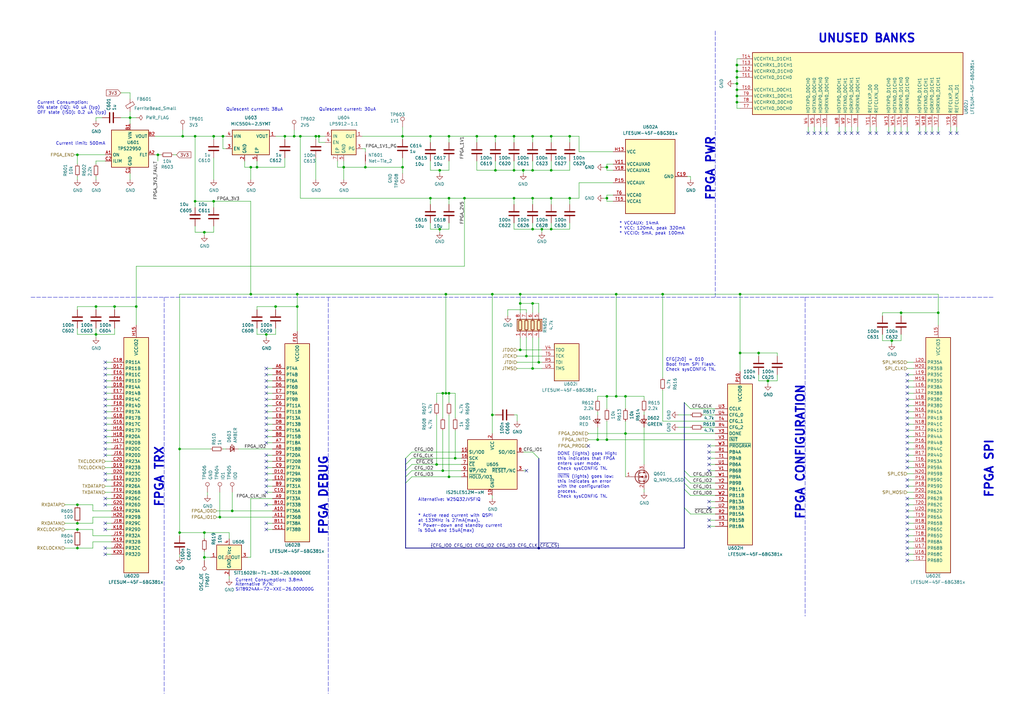
<source format=kicad_sch>
(kicad_sch (version 20211123) (generator eeschema)

  (uuid e6861313-0042-44a8-a0bd-deae1d0fda2f)

  (paper "A3")

  

  (junction (at 302.26 29.21) (diameter 0) (color 0 0 0 0)
    (uuid 015d8a49-10ae-4e19-9e70-b72c1af03708)
  )
  (junction (at 73.66 184.15) (diameter 0) (color 0 0 0 0)
    (uuid 0586f657-4055-4eb1-a529-2c4ab9039d8f)
  )
  (junction (at 210.82 81.28) (diameter 0) (color 0 0 0 0)
    (uuid 082728c1-1596-4b3b-921d-365462ccd9eb)
  )
  (junction (at 39.37 137.16) (diameter 0) (color 0 0 0 0)
    (uuid 09ff8530-714c-45c9-8c7a-26c93d48c5d9)
  )
  (junction (at 181.61 193.04) (diameter 0) (color 0 0 0 0)
    (uuid 0a97c494-9fa6-4758-b55d-ab0c1c9ae24c)
  )
  (junction (at 121.92 125.73) (diameter 0) (color 0 0 0 0)
    (uuid 0b0331f0-ad6e-45d6-b767-0f62f575797e)
  )
  (junction (at 226.06 81.28) (diameter 0) (color 0 0 0 0)
    (uuid 0d2491a5-6181-48a7-add2-ce28cae84fdd)
  )
  (junction (at 80.01 82.55) (diameter 0) (color 0 0 0 0)
    (uuid 0d3955d2-ec45-42f2-ad29-f7661bc81e71)
  )
  (junction (at 31.75 207.01) (diameter 0) (color 0 0 0 0)
    (uuid 0d486e1b-ec2a-4c13-b68c-5a8bc7fbed29)
  )
  (junction (at 248.92 68.58) (diameter 0) (color 0 0 0 0)
    (uuid 0fb1f718-13ff-4f2b-a411-e6e1551bb245)
  )
  (junction (at 195.58 55.88) (diameter 0) (color 0 0 0 0)
    (uuid 16d6c404-82f2-4808-841a-452320964eab)
  )
  (junction (at 248.92 162.56) (diameter 0) (color 0 0 0 0)
    (uuid 175a04b6-29eb-4bba-9e0a-ea2dc8a0d5c6)
  )
  (junction (at 73.66 218.44) (diameter 0) (color 0 0 0 0)
    (uuid 1d43f9c0-164a-4178-ae8a-5a62af377c4d)
  )
  (junction (at 130.81 55.88) (diameter 0) (color 0 0 0 0)
    (uuid 23ec8f2d-7860-42de-a0a2-c0a0c96c3dee)
  )
  (junction (at 252.73 162.56) (diameter 0) (color 0 0 0 0)
    (uuid 241141d8-eefb-4ed3-afda-7ac5b7738674)
  )
  (junction (at 184.15 81.28) (diameter 0) (color 0 0 0 0)
    (uuid 263d1178-f828-4149-9c45-f71b03b12e85)
  )
  (junction (at 31.75 217.17) (diameter 0) (color 0 0 0 0)
    (uuid 29c84d61-59a9-4bce-97ae-96a4ad953873)
  )
  (junction (at 176.53 55.88) (diameter 0) (color 0 0 0 0)
    (uuid 2b9c2ab6-f8b7-4ffb-8d71-50b870056aca)
  )
  (junction (at 226.06 93.98) (diameter 0) (color 0 0 0 0)
    (uuid 2f43ebac-3493-4a24-99fd-1f738ecd834b)
  )
  (junction (at 302.26 41.91) (diameter 0) (color 0 0 0 0)
    (uuid 309af090-80d0-471a-a9f8-2699c79d3160)
  )
  (junction (at 201.93 170.18) (diameter 0) (color 0 0 0 0)
    (uuid 32044e18-85d1-4706-8be5-fb03a25cd02b)
  )
  (junction (at 215.9 146.05) (diameter 0) (color 0 0 0 0)
    (uuid 34eb0e40-eaf8-4d53-ba24-748a373328b7)
  )
  (junction (at 384.81 128.27) (diameter 0) (color 0 0 0 0)
    (uuid 350f2937-97c5-4530-9649-824c0ec67b0c)
  )
  (junction (at 165.1 68.58) (diameter 0) (color 0 0 0 0)
    (uuid 3772de85-8e0f-45b1-81ea-2104ddf4cec9)
  )
  (junction (at 83.82 218.44) (diameter 0) (color 0 0 0 0)
    (uuid 392d2075-8af3-405f-aa66-719b5a8b3345)
  )
  (junction (at 180.34 93.98) (diameter 0) (color 0 0 0 0)
    (uuid 3fd801ff-d97c-430b-9065-5c17c20e5123)
  )
  (junction (at 213.36 143.51) (diameter 0) (color 0 0 0 0)
    (uuid 4551baa1-1166-478a-8841-9715eaafe504)
  )
  (junction (at 176.53 81.28) (diameter 0) (color 0 0 0 0)
    (uuid 474d91f8-4912-4d08-a30b-bdf6e5840aef)
  )
  (junction (at 220.98 224.79) (diameter 0) (color 0 0 0 0)
    (uuid 4881581d-dd9d-4882-93df-984b5b3f8000)
  )
  (junction (at 218.44 93.98) (diameter 0) (color 0 0 0 0)
    (uuid 48f8fb2b-5c2d-41cb-91e3-34126275c64f)
  )
  (junction (at 83.82 228.6) (diameter 0) (color 0 0 0 0)
    (uuid 4d819a31-f9aa-4662-a958-7d3cc3434aa9)
  )
  (junction (at 64.77 63.5) (diameter 0) (color 0 0 0 0)
    (uuid 4e58b0b2-2fa8-4706-a4dc-33665ff5d822)
  )
  (junction (at 303.53 120.65) (diameter 0) (color 0 0 0 0)
    (uuid 5186aa9c-3f8e-4f4b-95f5-c7da1855902e)
  )
  (junction (at 46.99 125.73) (diameter 0) (color 0 0 0 0)
    (uuid 53809074-8db8-4e18-a150-120940309410)
  )
  (junction (at 369.57 128.27) (diameter 0) (color 0 0 0 0)
    (uuid 543f7343-5964-4d0e-a5b3-eb451edd1b7a)
  )
  (junction (at 218.44 55.88) (diameter 0) (color 0 0 0 0)
    (uuid 57b99b92-9f82-4581-9106-defea394ccc3)
  )
  (junction (at 302.26 36.83) (diameter 0) (color 0 0 0 0)
    (uuid 589b7dd2-0205-4f2e-a79a-3f0cda7ed6f3)
  )
  (junction (at 184.15 55.88) (diameter 0) (color 0 0 0 0)
    (uuid 58a24151-b93e-418c-aec8-57b59c26a930)
  )
  (junction (at 140.97 68.58) (diameter 0) (color 0 0 0 0)
    (uuid 5e8e6715-3faa-41f3-a217-5270d010e5cd)
  )
  (junction (at 303.53 144.78) (diameter 0) (color 0 0 0 0)
    (uuid 667c348a-d139-4b04-acb5-5645964ed3b9)
  )
  (junction (at 123.19 55.88) (diameter 0) (color 0 0 0 0)
    (uuid 6b822e02-508e-48fc-ae6a-5b8535c98b54)
  )
  (junction (at 80.01 55.88) (diameter 0) (color 0 0 0 0)
    (uuid 6c6d74f2-c611-4ff8-ab33-056c67ccae2f)
  )
  (junction (at 226.06 69.85) (diameter 0) (color 0 0 0 0)
    (uuid 7208c6bc-a988-44d4-9c9a-e3ab5fa80c38)
  )
  (junction (at 87.63 55.88) (diameter 0) (color 0 0 0 0)
    (uuid 77dd8ad7-adcb-4643-b9df-382975cd5213)
  )
  (junction (at 31.75 214.63) (diameter 0) (color 0 0 0 0)
    (uuid 7d551cc8-80c5-40d0-a988-3a7d0922c903)
  )
  (junction (at 233.68 55.88) (diameter 0) (color 0 0 0 0)
    (uuid 7e47ee72-eea1-4946-878a-45c4ab4f3e3c)
  )
  (junction (at 105.41 68.58) (diameter 0) (color 0 0 0 0)
    (uuid 7f219e85-8bbc-4683-9db4-ae3e439b4b5b)
  )
  (junction (at 55.88 125.73) (diameter 0) (color 0 0 0 0)
    (uuid 7f753df1-6b84-4154-a786-49888fedb803)
  )
  (junction (at 248.92 180.34) (diameter 0) (color 0 0 0 0)
    (uuid 811cd69f-4dd8-47a7-a303-0ca36cee248f)
  )
  (junction (at 109.22 137.16) (diameter 0) (color 0 0 0 0)
    (uuid 82494344-2f2c-4de0-a7fd-72a6a0647225)
  )
  (junction (at 102.87 68.58) (diameter 0) (color 0 0 0 0)
    (uuid 82c61167-643f-4fa4-9de3-f6f706bb8ba4)
  )
  (junction (at 213.36 120.65) (diameter 0) (color 0 0 0 0)
    (uuid 8629f088-ad32-41b1-b2c0-e166d87217e4)
  )
  (junction (at 218.44 69.85) (diameter 0) (color 0 0 0 0)
    (uuid 87626367-2304-4ed0-b451-61be4738fb77)
  )
  (junction (at 149.86 68.58) (diameter 0) (color 0 0 0 0)
    (uuid 89216b3d-8741-4e99-8d95-8cd4e06825c1)
  )
  (junction (at 271.78 120.65) (diameter 0) (color 0 0 0 0)
    (uuid 8ab6a98d-3da8-4eae-b246-010cfaacbb09)
  )
  (junction (at 218.44 151.13) (diameter 0) (color 0 0 0 0)
    (uuid 8b1d625a-6335-4175-92b9-ed53b403b6d8)
  )
  (junction (at 314.96 156.21) (diameter 0) (color 0 0 0 0)
    (uuid 8c315a62-8d5b-41dc-9589-396ebc61c194)
  )
  (junction (at 203.2 69.85) (diameter 0) (color 0 0 0 0)
    (uuid 8ef5e007-66b6-4278-ac01-83339d8e5995)
  )
  (junction (at 39.37 125.73) (diameter 0) (color 0 0 0 0)
    (uuid 900f2a37-e72f-479b-816d-6716ba4b9f27)
  )
  (junction (at 203.2 55.88) (diameter 0) (color 0 0 0 0)
    (uuid 9c594d4c-0b81-492b-ad28-bc108def6dfa)
  )
  (junction (at 31.75 224.79) (diameter 0) (color 0 0 0 0)
    (uuid 9d835ca6-eab2-430e-8507-201b163d4a71)
  )
  (junction (at 120.65 55.88) (diameter 0) (color 0 0 0 0)
    (uuid 9d88d158-53ba-46e7-84f9-976c973aa56e)
  )
  (junction (at 311.15 144.78) (diameter 0) (color 0 0 0 0)
    (uuid 9e618698-f1bc-4f78-9b97-92aace28e15f)
  )
  (junction (at 181.61 161.29) (diameter 0) (color 0 0 0 0)
    (uuid a29e6dc1-ebbf-4ba0-bfe5-fd511b5382dd)
  )
  (junction (at 90.17 212.09) (diameter 0) (color 0 0 0 0)
    (uuid a844a060-e560-4c5a-af7b-0b1046e597fb)
  )
  (junction (at 179.07 190.5) (diameter 0) (color 0 0 0 0)
    (uuid a8a40f41-66c9-46f2-8cd4-d1c19a83ed77)
  )
  (junction (at 74.93 55.88) (diameter 0) (color 0 0 0 0)
    (uuid a91fa13e-bea9-4e69-9a5f-f6d4aa719767)
  )
  (junction (at 256.54 177.8) (diameter 0) (color 0 0 0 0)
    (uuid aa77a0ad-aac3-4734-9015-ed94cd1af9fe)
  )
  (junction (at 83.82 95.25) (diameter 0) (color 0 0 0 0)
    (uuid abc16d80-4a9d-483f-bc3e-0b9dca49f826)
  )
  (junction (at 248.92 81.28) (diameter 0) (color 0 0 0 0)
    (uuid ae3fa487-99c2-406a-893b-2345b2079711)
  )
  (junction (at 184.15 161.29) (diameter 0) (color 0 0 0 0)
    (uuid b170a524-bd9f-45a8-a425-96546dbcb34a)
  )
  (junction (at 184.15 195.58) (diameter 0) (color 0 0 0 0)
    (uuid ba0946b6-4288-4422-b81a-9ca506e3a96e)
  )
  (junction (at 182.88 161.29) (diameter 0) (color 0 0 0 0)
    (uuid bd0e2d50-448a-445a-8b24-a9e7fe81d74e)
  )
  (junction (at 218.44 124.46) (diameter 0) (color 0 0 0 0)
    (uuid be120f8e-c627-43c0-95ac-698b044bf654)
  )
  (junction (at 252.73 120.65) (diameter 0) (color 0 0 0 0)
    (uuid bed2f8e2-b64f-4424-97ef-13e997f59ce2)
  )
  (junction (at 233.68 81.28) (diameter 0) (color 0 0 0 0)
    (uuid c19e6f1b-73ce-443b-81a6-0b8fb8bce685)
  )
  (junction (at 302.26 31.75) (diameter 0) (color 0 0 0 0)
    (uuid c2f168e7-1d61-4706-946e-287606204505)
  )
  (junction (at 186.69 187.96) (diameter 0) (color 0 0 0 0)
    (uuid c3e0acc9-548b-46f7-aa45-012024456523)
  )
  (junction (at 210.82 55.88) (diameter 0) (color 0 0 0 0)
    (uuid c4a5d0cb-a843-4b71-a857-3ce5db99dcc7)
  )
  (junction (at 222.25 93.98) (diameter 0) (color 0 0 0 0)
    (uuid c9f6c641-2ff3-4d75-a806-2f5278082e8f)
  )
  (junction (at 256.54 162.56) (diameter 0) (color 0 0 0 0)
    (uuid caf935bd-1e71-41ca-84e2-5c51f56be8a2)
  )
  (junction (at 53.34 48.26) (diameter 0) (color 0 0 0 0)
    (uuid cb365aa4-48fc-4ba2-bfcf-9c6f87c95039)
  )
  (junction (at 165.1 55.88) (diameter 0) (color 0 0 0 0)
    (uuid cc0d15d6-5505-4639-8721-76167e8ddc8d)
  )
  (junction (at 245.11 180.34) (diameter 0) (color 0 0 0 0)
    (uuid cd7a2132-bd59-4811-9e89-d10c1bfed2df)
  )
  (junction (at 365.76 139.7) (diameter 0) (color 0 0 0 0)
    (uuid cee4fc39-0973-45b2-8fb5-498097c5ee22)
  )
  (junction (at 116.84 55.88) (diameter 0) (color 0 0 0 0)
    (uuid d0134b57-dfae-49d9-a32f-12a6e3a6bbba)
  )
  (junction (at 180.34 69.85) (diameter 0) (color 0 0 0 0)
    (uuid d085d73e-e22b-424b-930b-d712f9d45991)
  )
  (junction (at 87.63 82.55) (diameter 0) (color 0 0 0 0)
    (uuid d122dbff-d219-4548-af83-e3842a6745fa)
  )
  (junction (at 182.88 120.65) (diameter 0) (color 0 0 0 0)
    (uuid d493caec-b057-4cb1-8918-737ea5e1b51e)
  )
  (junction (at 210.82 69.85) (diameter 0) (color 0 0 0 0)
    (uuid d545967e-8eb9-42d3-8c93-4f8e99d2b86c)
  )
  (junction (at 129.54 55.88) (diameter 0) (color 0 0 0 0)
    (uuid d8289ceb-0cbc-4407-b6da-63c6ce14a596)
  )
  (junction (at 226.06 55.88) (diameter 0) (color 0 0 0 0)
    (uuid e143187b-4489-4598-8974-9bf7c3b9056f)
  )
  (junction (at 31.75 63.5) (diameter 0) (color 0 0 0 0)
    (uuid ec45c837-529c-45d3-94cb-18f8f6c213b7)
  )
  (junction (at 213.36 124.46) (diameter 0) (color 0 0 0 0)
    (uuid ee207984-aadd-4421-90ce-61c0016efa78)
  )
  (junction (at 214.63 69.85) (diameter 0) (color 0 0 0 0)
    (uuid f3f00ca7-0980-4aad-88ea-ad6a37d99bd5)
  )
  (junction (at 95.25 209.55) (diameter 0) (color 0 0 0 0)
    (uuid f5d947e0-1a40-4be1-b537-55484539f42b)
  )
  (junction (at 201.93 120.65) (diameter 0) (color 0 0 0 0)
    (uuid f6140a48-676c-466c-892d-90e0c1252456)
  )
  (junction (at 113.03 125.73) (diameter 0) (color 0 0 0 0)
    (uuid f6e24a42-e21b-4472-a53f-0c68bf5b725c)
  )
  (junction (at 302.26 26.67) (diameter 0) (color 0 0 0 0)
    (uuid f7ca5290-a5d5-484d-9c2f-2d74b074fc9d)
  )
  (junction (at 190.5 81.28) (diameter 0) (color 0 0 0 0)
    (uuid f8e9b383-da90-47b7-8581-25ba2f8cb27e)
  )
  (junction (at 302.26 34.29) (diameter 0) (color 0 0 0 0)
    (uuid f9cebe2c-53f4-44bc-9972-631a005389db)
  )
  (junction (at 102.87 120.65) (diameter 0) (color 0 0 0 0)
    (uuid fb0e24bd-ac78-44cb-8b32-8ae8bfe081cb)
  )
  (junction (at 220.98 148.59) (diameter 0) (color 0 0 0 0)
    (uuid fb6e9559-b228-4825-8017-15ffa01195bc)
  )
  (junction (at 302.26 39.37) (diameter 0) (color 0 0 0 0)
    (uuid fc183d27-6103-4185-b267-2883ea678f58)
  )
  (junction (at 121.92 120.65) (diameter 0) (color 0 0 0 0)
    (uuid fcce69bc-33c3-4996-ba5b-c1eda94e7634)
  )
  (junction (at 91.44 55.88) (diameter 0) (color 0 0 0 0)
    (uuid fd80188d-0086-479b-a640-c7643d11364b)
  )
  (junction (at 218.44 81.28) (diameter 0) (color 0 0 0 0)
    (uuid fdf9f1e0-ce8a-4ecb-9472-5adf8bfe8e67)
  )

  (no_connect (at 43.18 151.13) (uuid 0087fb22-ba0c-4acc-b8bc-9fdd9623d4bf))
  (no_connect (at 43.18 204.47) (uuid 092bc9ec-e3c7-4eae-b7f7-77b94e386478))
  (no_connect (at 356.87 54.61) (uuid 0c98e987-c025-4634-a5df-d3d1ab517326))
  (no_connect (at 43.18 184.15) (uuid 0d616157-6bdf-45aa-bced-1021f97957e2))
  (no_connect (at 43.18 176.53) (uuid 0d616157-6bdf-45aa-bced-1021f97957e3))
  (no_connect (at 43.18 179.07) (uuid 0d616157-6bdf-45aa-bced-1021f97957e4))
  (no_connect (at 43.18 181.61) (uuid 0d616157-6bdf-45aa-bced-1021f97957e5))
  (no_connect (at 215.9 193.04) (uuid 0d97e9cd-c31a-4ad5-a968-c012e35fc182))
  (no_connect (at 109.22 156.21) (uuid 12bb232f-8d44-416d-9f9a-c3817e1f9a82))
  (no_connect (at 339.09 54.61) (uuid 16858b84-962e-4c0c-9029-c64eef86a02c))
  (no_connect (at 109.22 207.01) (uuid 17062b70-c549-4bcd-b5f3-6b5f30bea7aa))
  (no_connect (at 109.22 166.37) (uuid 1856bedc-4340-4752-b096-e6d8f5bcf31b))
  (no_connect (at 109.22 153.67) (uuid 1b346ad8-49c1-4d9a-9e92-c03d189ee1dd))
  (no_connect (at 43.18 214.63) (uuid 20d1812c-cd35-4c64-908b-bbd37c456360))
  (no_connect (at 109.22 161.29) (uuid 20d359e1-1836-4cbc-af2f-3630566df0d0))
  (no_connect (at 372.11 54.61) (uuid 25814e56-9bc7-4124-9394-9ee29271646d))
  (no_connect (at 43.18 217.17) (uuid 27d1c3c8-1813-43b9-877b-d67d9b61a694))
  (no_connect (at 359.41 54.61) (uuid 28f20c3f-016b-4f4b-88bc-c446babd0389))
  (no_connect (at 349.25 54.61) (uuid 2e5814b0-7418-4d8b-9225-5761e57effce))
  (no_connect (at 109.22 179.07) (uuid 2f4cdc79-030c-4165-a024-a7947d41e2fa))
  (no_connect (at 109.22 186.69) (uuid 39110e7c-525d-47be-9ab5-6a9c05261880))
  (no_connect (at 43.18 224.79) (uuid 39507dbc-d91c-4e92-a89e-2259b7223eca))
  (no_connect (at 43.18 158.75) (uuid 3edb3167-e45b-49a4-a46e-0c3b66c8794c))
  (no_connect (at 290.83 208.28) (uuid 44d1208f-3dab-4b1f-a881-04d6516bd03a))
  (no_connect (at 43.18 168.91) (uuid 469a0a3e-9e33-4569-a802-6a64c4500215))
  (no_connect (at 372.11 196.85) (uuid 46a55358-869e-448a-9422-f86b68b54aab))
  (no_connect (at 372.11 212.09) (uuid 4a62429e-02c3-4ecf-bc90-f1d28c069c07))
  (no_connect (at 372.11 229.87) (uuid 4f494835-fc7e-4e89-a5b4-d48a8e11a5fd))
  (no_connect (at 109.22 191.77) (uuid 532043c0-7b92-4671-9c04-5a267bef43fd))
  (no_connect (at 379.73 54.61) (uuid 56fc22f7-a334-4b7b-b893-802d803a388f))
  (no_connect (at 372.11 176.53) (uuid 5b2c0840-bba1-4448-9d77-41960066645a))
  (no_connect (at 346.71 54.61) (uuid 5bd02ad9-616e-438d-8947-657b03c8fdf8))
  (no_connect (at 241.3 182.88) (uuid 5cef7952-c5d9-4b64-8654-67db4abb18c3))
  (no_connect (at 109.22 199.39) (uuid 5d18cfa1-cd09-446a-be68-ac5734008cfe))
  (no_connect (at 290.83 185.42) (uuid 5f980097-c3af-4712-b759-d76150575b23))
  (no_connect (at 109.22 189.23) (uuid 61a081bd-8501-47d3-bd39-7d1a0c21cff0))
  (no_connect (at 372.11 171.45) (uuid 65074c18-deab-4aca-88a4-72ce1634165f))
  (no_connect (at 364.49 54.61) (uuid 650df6eb-3cb5-452a-8dff-7e9860a6c5b1))
  (no_connect (at 43.18 156.21) (uuid 65ec770c-f207-4c98-84df-4fface0e5735))
  (no_connect (at 334.01 54.61) (uuid 660f8cb0-4756-4d03-a17a-91deb7529503))
  (no_connect (at 372.11 217.17) (uuid 663bbef1-fd08-4c8a-a945-7054cdc2f2c9))
  (no_connect (at 372.11 184.15) (uuid 66ede1ef-7c1c-4ff2-82ca-7cf73655f228))
  (no_connect (at 372.11 163.83) (uuid 6f0cb922-73ea-46e7-a128-208111af6110))
  (no_connect (at 372.11 158.75) (uuid 74a55201-e234-43d3-8a5a-339255480e2f))
  (no_connect (at 290.83 182.88) (uuid 74de4f60-8e78-40c1-a3fb-3b6879fff038))
  (no_connect (at 43.18 227.33) (uuid 7a9ccfdf-f203-42e3-a246-c7952ed42301))
  (no_connect (at 109.22 194.31) (uuid 7c2c06b3-79e4-4293-931d-2fa96c3a5eb8))
  (no_connect (at 392.43 54.61) (uuid 7e4f8b88-6c4b-4ba5-bc05-ae0251584d83))
  (no_connect (at 372.11 168.91) (uuid 8094617f-b5b0-409e-aa0c-941eeca59e40))
  (no_connect (at 43.18 163.83) (uuid 8511434d-1111-416b-b59e-7f7fab3537d6))
  (no_connect (at 43.18 161.29) (uuid 878ae374-4f73-4474-bde8-ea148af29188))
  (no_connect (at 384.81 54.61) (uuid 879cafa2-6b51-4ef1-aceb-a656f504a7db))
  (no_connect (at 372.11 186.69) (uuid 8a7d86a7-dba0-4a8f-96f6-d016c3c4232e))
  (no_connect (at 290.83 205.74) (uuid 8fd6b421-fd42-4b9c-9ec5-7fe6ad287c38))
  (no_connect (at 382.27 54.61) (uuid 935be522-7bfc-4865-ac3c-5ec78d38615f))
  (no_connect (at 43.18 171.45) (uuid 952ad99e-d3ed-4ada-99ce-e2c704402aab))
  (no_connect (at 367.03 54.61) (uuid 9675bcba-4001-4c4f-af07-32a85229f5c2))
  (no_connect (at 372.11 214.63) (uuid 98cf457e-3f0c-4c64-8586-1a923812d044))
  (no_connect (at 372.11 207.01) (uuid 9ad7ef5f-b3cc-4cac-a233-227d5724471d))
  (no_connect (at 109.22 173.99) (uuid 9eb7170b-3da1-457a-910a-997869bded1a))
  (no_connect (at 43.18 148.59) (uuid 9ec70d98-75ce-4ab7-9e1f-60ef736cb193))
  (no_connect (at 372.11 156.21) (uuid 9fcde7a3-81fe-42a1-8d2d-31bba7370bf3))
  (no_connect (at 109.22 171.45) (uuid a00238f5-72d6-40e7-b73e-3ffd08ceee7e))
  (no_connect (at 109.22 196.85) (uuid a0a81c39-62ab-483b-92e8-438842cf19fc))
  (no_connect (at 336.55 54.61) (uuid a1ea9e06-ed8a-4942-82a7-221567c6c412))
  (no_connect (at 377.19 54.61) (uuid a4413f7c-ef15-4c3e-8922-4bd0bfe13b42))
  (no_connect (at 109.22 214.63) (uuid a4c425eb-bed1-45ee-b82e-843c4bdddef2))
  (no_connect (at 109.22 181.61) (uuid a4c425eb-bed1-45ee-b82e-843c4bdddef4))
  (no_connect (at 109.22 151.13) (uuid a4c425eb-bed1-45ee-b82e-843c4bdddef5))
  (no_connect (at 43.18 166.37) (uuid a5f92b36-b8f4-4a10-90da-5695567ef3ec))
  (no_connect (at 372.11 219.71) (uuid a8d64fcc-84cb-4645-a06d-f5d6c0614188))
  (no_connect (at 372.11 224.79) (uuid ac2f3eb5-9193-4a6c-bab6-d1de91fe5122))
  (no_connect (at 109.22 158.75) (uuid b1011abf-258e-4cab-a44d-332b4651c3f5))
  (no_connect (at 372.11 191.77) (uuid b386f7b1-7713-411b-947f-189405a3093e))
  (no_connect (at 389.89 54.61) (uuid bd77d4da-2421-46eb-9c83-3023827bf9fd))
  (no_connect (at 290.83 190.5) (uuid be7de968-33ef-4f91-8b12-f0d3a2050b4c))
  (no_connect (at 372.11 166.37) (uuid c09de27f-2e2f-46f1-8191-7276776e19c7))
  (no_connect (at 372.11 199.39) (uuid c15b4b76-532a-4591-a2d0-e41ee73af402))
  (no_connect (at 372.11 161.29) (uuid c2995412-0125-46b5-84e5-f87417db8fb5))
  (no_connect (at 109.22 168.91) (uuid c5674969-13d8-40d2-99ca-df9adcd5445d))
  (no_connect (at 109.22 201.93) (uuid c6c4013d-3700-4ed7-9261-acfb9c8eeaa7))
  (no_connect (at 372.11 204.47) (uuid ca537b4c-1b97-49ee-ac71-ec3ea5a88d0c))
  (no_connect (at 351.79 54.61) (uuid cc3d9289-a007-4614-9162-46212988df32))
  (no_connect (at 372.11 153.67) (uuid cc8c69b3-aa61-46a2-8707-33a06e5ceb64))
  (no_connect (at 109.22 163.83) (uuid cdd6a1ea-c980-432f-ae87-d2e371cec527))
  (no_connect (at 344.17 54.61) (uuid cf536c01-1fe3-48e2-9066-91e69081eba0))
  (no_connect (at 43.18 196.85) (uuid d2a1dfde-6514-44a0-868d-aeae5393d2b9))
  (no_connect (at 290.83 213.36) (uuid d5984c9f-d7d6-4880-9ccf-8cd0f0739db2))
  (no_connect (at 43.18 173.99) (uuid d6e25b57-4f73-4a9e-96e1-2afe3109a444))
  (no_connect (at 372.11 173.99) (uuid db7f66fa-4eeb-4477-9368-10ee1e745e49))
  (no_connect (at 290.83 187.96) (uuid dc7a756e-09f4-4e54-84a6-91b102dbd2de))
  (no_connect (at 290.83 193.04) (uuid e08881a7-ea9c-46a7-bd76-7c0809750c00))
  (no_connect (at 369.57 54.61) (uuid e10e3766-2759-42b0-b3de-138cc1d6adc1))
  (no_connect (at 43.18 153.67) (uuid e3394ed9-1c21-4e5c-bcea-5e971d8a7cf7))
  (no_connect (at 331.47 54.61) (uuid e450052a-bfe2-4805-9f49-d5cbba0a81b5))
  (no_connect (at 372.11 179.07) (uuid ebce05d2-d89b-420c-b351-2bdc186b5cc8))
  (no_connect (at 290.83 215.9) (uuid ede8c8b8-df9b-4773-bea5-99eda1e39312))
  (no_connect (at 109.22 217.17) (uuid f3e9a2b1-bb51-4ad1-8079-e7d788831e63))
  (no_connect (at 43.18 194.31) (uuid f5ab30bd-8933-4d63-90be-5a945f7dcc81))
  (no_connect (at 43.18 207.01) (uuid f62364e9-06e8-4878-a9f6-c9fb562d98a1))
  (no_connect (at 372.11 222.25) (uuid f6abe4b5-a725-425c-bde0-f172f1b01087))
  (no_connect (at 43.18 186.69) (uuid f76de2de-56c9-4236-84f0-f5b7fc28e87a))
  (no_connect (at 372.11 189.23) (uuid f7b46ddd-60e6-4ceb-b8cd-b319edc41f8b))
  (no_connect (at 372.11 181.61) (uuid f863b979-0ed1-4bed-b8dc-87f193e58019))
  (no_connect (at 372.11 227.33) (uuid fc6d13b8-4885-45b8-9095-429151115516))
  (no_connect (at 109.22 176.53) (uuid fdcc1581-186c-4c19-b4e5-135f15587d55))
  (no_connect (at 372.11 209.55) (uuid fed14461-b754-4d56-b372-78112a52b7d2))

  (bus_entry (at 280.67 198.12) (size 2.54 2.54)
    (stroke (width 0) (type default) (color 0 0 0 0))
    (uuid 1298f126-2352-48f2-825f-de17742fc4db)
  )
  (bus_entry (at 166.37 198.12) (size 2.54 -2.54)
    (stroke (width 0) (type default) (color 0 0 0 0))
    (uuid 23b51995-fe23-4d97-a066-5f4147818f87)
  )
  (bus_entry (at 218.44 185.42) (size 2.54 2.54)
    (stroke (width 0) (type default) (color 0 0 0 0))
    (uuid 665861bb-3c85-43bc-9dc7-9c72219f317e)
  )
  (bus_entry (at 280.67 200.66) (size 2.54 2.54)
    (stroke (width 0) (type default) (color 0 0 0 0))
    (uuid 75a9480d-8ac3-41df-9f4f-5d9ed7a1782e)
  )
  (bus_entry (at 166.37 195.58) (size 2.54 -2.54)
    (stroke (width 0) (type default) (color 0 0 0 0))
    (uuid 785dddf9-3cf0-4e85-8632-1a314bbc34b2)
  )
  (bus_entry (at 280.67 193.04) (size 2.54 2.54)
    (stroke (width 0) (type default) (color 0 0 0 0))
    (uuid 8ce16e23-12f4-46be-951f-c046f1bd3479)
  )
  (bus_entry (at 280.67 195.58) (size 2.54 2.54)
    (stroke (width 0) (type default) (color 0 0 0 0))
    (uuid ae509cef-b2d4-4701-bd39-f4d022ead86d)
  )
  (bus_entry (at 166.37 190.5) (size 2.54 -2.54)
    (stroke (width 0) (type default) (color 0 0 0 0))
    (uuid cc888799-c0b4-4c79-87f8-a4a62f5d81d0)
  )
  (bus_entry (at 166.37 193.04) (size 2.54 -2.54)
    (stroke (width 0) (type default) (color 0 0 0 0))
    (uuid cc888799-c0b4-4c79-87f8-a4a62f5d81d1)
  )
  (bus_entry (at 168.91 185.42) (size -2.54 2.54)
    (stroke (width 0) (type default) (color 0 0 0 0))
    (uuid cc888799-c0b4-4c79-87f8-a4a62f5d81d2)
  )
  (bus_entry (at 280.67 208.28) (size 2.54 2.54)
    (stroke (width 0) (type default) (color 0 0 0 0))
    (uuid dbd2f208-6165-4a10-afab-a9eb941486a4)
  )
  (bus_entry (at 280.67 165.1) (size 2.54 2.54)
    (stroke (width 0) (type default) (color 0 0 0 0))
    (uuid fe7571cb-0e18-4010-9006-7209546aee72)
  )

  (wire (pts (xy 100.33 68.58) (xy 102.87 68.58))
    (stroke (width 0) (type default) (color 0 0 0 0))
    (uuid 000a7a28-d287-471c-aa9b-2f3ff3fe4f62)
  )
  (wire (pts (xy 201.93 170.18) (xy 203.2 170.18))
    (stroke (width 0) (type default) (color 0 0 0 0))
    (uuid 007a2dd6-2206-470e-8f15-efafeccccf3a)
  )
  (wire (pts (xy 303.53 44.45) (xy 302.26 44.45))
    (stroke (width 0) (type default) (color 0 0 0 0))
    (uuid 011126bb-ae88-4d25-a1da-ede22aa5529c)
  )
  (wire (pts (xy 91.44 184.15) (xy 92.71 184.15))
    (stroke (width 0) (type default) (color 0 0 0 0))
    (uuid 011e887c-a2ab-4719-8a24-67515a6f5db9)
  )
  (wire (pts (xy 203.2 69.85) (xy 210.82 69.85))
    (stroke (width 0) (type default) (color 0 0 0 0))
    (uuid 027be7fd-b456-4bdc-8405-7bd7824b9d3c)
  )
  (wire (pts (xy 26.67 217.17) (xy 31.75 217.17))
    (stroke (width 0) (type default) (color 0 0 0 0))
    (uuid 03637e18-e11c-4b9f-90f4-25e02d3e8f6b)
  )
  (wire (pts (xy 271.78 120.65) (xy 303.53 120.65))
    (stroke (width 0) (type default) (color 0 0 0 0))
    (uuid 04033699-6db0-441b-8bf7-eec0c4b3b674)
  )
  (wire (pts (xy 233.68 93.98) (xy 233.68 91.44))
    (stroke (width 0) (type default) (color 0 0 0 0))
    (uuid 0408e91b-4ff1-40da-a555-48aeb55678a3)
  )
  (wire (pts (xy 372.11 214.63) (xy 374.65 214.63))
    (stroke (width 0) (type default) (color 0 0 0 0))
    (uuid 0422b8be-b7e9-4092-bbe7-f2c8abaef015)
  )
  (wire (pts (xy 247.65 81.28) (xy 248.92 81.28))
    (stroke (width 0) (type default) (color 0 0 0 0))
    (uuid 04819c47-78fd-4566-9d0c-a7917acb0fc6)
  )
  (wire (pts (xy 372.11 199.39) (xy 374.65 199.39))
    (stroke (width 0) (type default) (color 0 0 0 0))
    (uuid 04b9a540-7d4d-4ad2-863b-3a5d6df98179)
  )
  (wire (pts (xy 74.93 55.88) (xy 80.01 55.88))
    (stroke (width 0) (type default) (color 0 0 0 0))
    (uuid 04c4fb41-70df-48bb-b70e-ec602eaa908c)
  )
  (wire (pts (xy 283.21 195.58) (xy 293.37 195.58))
    (stroke (width 0) (type default) (color 0 0 0 0))
    (uuid 04e1fb0d-fb90-4b59-8c10-a2e6b65a5e0f)
  )
  (wire (pts (xy 91.44 60.96) (xy 92.71 60.96))
    (stroke (width 0) (type default) (color 0 0 0 0))
    (uuid 0527e7fb-d830-428e-8edd-12be002c6816)
  )
  (wire (pts (xy 372.11 151.13) (xy 374.65 151.13))
    (stroke (width 0) (type default) (color 0 0 0 0))
    (uuid 05776c4a-5b31-4c40-afad-88d6cb5cde6d)
  )
  (wire (pts (xy 302.26 39.37) (xy 303.53 39.37))
    (stroke (width 0) (type default) (color 0 0 0 0))
    (uuid 067735cf-7010-4a70-b732-351b164a2169)
  )
  (wire (pts (xy 195.58 55.88) (xy 203.2 55.88))
    (stroke (width 0) (type default) (color 0 0 0 0))
    (uuid 070218f1-c0b9-47d3-8494-9f5ba601f8f1)
  )
  (wire (pts (xy 248.92 80.01) (xy 251.46 80.01))
    (stroke (width 0) (type default) (color 0 0 0 0))
    (uuid 076e2297-1cf9-4d98-99e1-3678c817b474)
  )
  (wire (pts (xy 73.66 120.65) (xy 73.66 184.15))
    (stroke (width 0) (type default) (color 0 0 0 0))
    (uuid 08a4df9e-21eb-4281-8712-e128e191f2dc)
  )
  (wire (pts (xy 210.82 91.44) (xy 210.82 93.98))
    (stroke (width 0) (type default) (color 0 0 0 0))
    (uuid 08e3b1d0-8d2b-47e7-8df6-32d62de82992)
  )
  (wire (pts (xy 109.22 181.61) (xy 111.76 181.61))
    (stroke (width 0) (type default) (color 0 0 0 0))
    (uuid 09033c23-8490-4e5c-b958-1ecb82045303)
  )
  (wire (pts (xy 303.53 120.65) (xy 384.81 120.65))
    (stroke (width 0) (type default) (color 0 0 0 0))
    (uuid 0914d190-1573-471d-ab25-0ea5e2a38869)
  )
  (wire (pts (xy 26.67 207.01) (xy 31.75 207.01))
    (stroke (width 0) (type default) (color 0 0 0 0))
    (uuid 0923fc8c-f40c-4491-87fe-a32c6de91bcd)
  )
  (wire (pts (xy 102.87 68.58) (xy 102.87 73.66))
    (stroke (width 0) (type default) (color 0 0 0 0))
    (uuid 0964d174-52d1-4fe3-a375-df81f4eecf32)
  )
  (wire (pts (xy 264.16 162.56) (xy 256.54 162.56))
    (stroke (width 0) (type default) (color 0 0 0 0))
    (uuid 098da118-9076-4855-b433-1fb81c3b9831)
  )
  (wire (pts (xy 237.49 74.93) (xy 237.49 81.28))
    (stroke (width 0) (type default) (color 0 0 0 0))
    (uuid 0a090dea-d9bb-4ecb-8369-5450bdeedb0a)
  )
  (wire (pts (xy 288.29 170.18) (xy 293.37 170.18))
    (stroke (width 0) (type default) (color 0 0 0 0))
    (uuid 0a0efa78-3dbd-44e2-9cac-bbbc1514cb4a)
  )
  (wire (pts (xy 212.09 170.18) (xy 212.09 172.72))
    (stroke (width 0) (type default) (color 0 0 0 0))
    (uuid 0a428af4-d960-4f7c-a083-504057c1e819)
  )
  (wire (pts (xy 140.97 68.58) (xy 140.97 73.66))
    (stroke (width 0) (type default) (color 0 0 0 0))
    (uuid 0ab7c964-aa65-4f98-99d4-7065a22564c5)
  )
  (wire (pts (xy 237.49 74.93) (xy 251.46 74.93))
    (stroke (width 0) (type default) (color 0 0 0 0))
    (uuid 0ae36132-572d-4eee-b277-0e8a48bcf201)
  )
  (wire (pts (xy 93.98 236.22) (xy 93.98 237.49))
    (stroke (width 0) (type default) (color 0 0 0 0))
    (uuid 0dfd3030-be04-4d31-ab7a-5e9d80308efc)
  )
  (wire (pts (xy 203.2 69.85) (xy 203.2 66.04))
    (stroke (width 0) (type default) (color 0 0 0 0))
    (uuid 0f7f6628-a60e-41ca-974f-c8f19e1f7cee)
  )
  (wire (pts (xy 290.83 213.36) (xy 293.37 213.36))
    (stroke (width 0) (type default) (color 0 0 0 0))
    (uuid 10b73343-3a3a-4377-b401-04c4334fea4e)
  )
  (wire (pts (xy 105.41 66.04) (xy 105.41 68.58))
    (stroke (width 0) (type default) (color 0 0 0 0))
    (uuid 113bb107-b581-4359-b68c-6e9f399b0c9c)
  )
  (wire (pts (xy 83.82 218.44) (xy 83.82 220.98))
    (stroke (width 0) (type default) (color 0 0 0 0))
    (uuid 116f0b71-d5d7-4690-a677-68fa8ebbc7ce)
  )
  (wire (pts (xy 43.18 224.79) (xy 45.72 224.79))
    (stroke (width 0) (type default) (color 0 0 0 0))
    (uuid 12236ce1-b1d9-4ab2-93b0-cfa25b714ba6)
  )
  (wire (pts (xy 148.59 55.88) (xy 165.1 55.88))
    (stroke (width 0) (type default) (color 0 0 0 0))
    (uuid 12631fd5-c468-49ea-999c-20bf1673d5f7)
  )
  (wire (pts (xy 210.82 58.42) (xy 210.82 55.88))
    (stroke (width 0) (type default) (color 0 0 0 0))
    (uuid 1372a694-f677-44fe-b4dd-0a71f342334f)
  )
  (wire (pts (xy 218.44 58.42) (xy 218.44 55.88))
    (stroke (width 0) (type default) (color 0 0 0 0))
    (uuid 143caf48-02aa-40bb-904f-1fdda2322c30)
  )
  (wire (pts (xy 372.11 156.21) (xy 374.65 156.21))
    (stroke (width 0) (type default) (color 0 0 0 0))
    (uuid 1469b781-0171-4e77-8e40-950a380a0db2)
  )
  (wire (pts (xy 116.84 57.15) (xy 116.84 55.88))
    (stroke (width 0) (type default) (color 0 0 0 0))
    (uuid 147e57f3-09c1-4883-bb5d-2e2d921a0789)
  )
  (wire (pts (xy 245.11 180.34) (xy 248.92 180.34))
    (stroke (width 0) (type default) (color 0 0 0 0))
    (uuid 148914fb-24cd-4620-8dcf-48009551ad5c)
  )
  (wire (pts (xy 372.11 153.67) (xy 374.65 153.67))
    (stroke (width 0) (type default) (color 0 0 0 0))
    (uuid 14bd4efb-f471-4ac6-865a-a60d9f817d90)
  )
  (wire (pts (xy 264.16 175.26) (xy 264.16 190.5))
    (stroke (width 0) (type default) (color 0 0 0 0))
    (uuid 14e5c329-6fc9-49e6-8c2c-39adc3fa7bae)
  )
  (wire (pts (xy 186.69 187.96) (xy 189.23 187.96))
    (stroke (width 0) (type default) (color 0 0 0 0))
    (uuid 1511e26f-5b40-4858-b87d-9fa6963bb64a)
  )
  (wire (pts (xy 248.92 172.72) (xy 248.92 180.34))
    (stroke (width 0) (type default) (color 0 0 0 0))
    (uuid 1512b437-e608-480d-9216-180d37bc381d)
  )
  (wire (pts (xy 80.01 92.71) (xy 80.01 95.25))
    (stroke (width 0) (type default) (color 0 0 0 0))
    (uuid 153330dc-17c7-489f-8801-3c161687c1de)
  )
  (wire (pts (xy 212.09 146.05) (xy 215.9 146.05))
    (stroke (width 0) (type default) (color 0 0 0 0))
    (uuid 15829e3c-63b9-4093-ae7d-5f8ad9fc183b)
  )
  (wire (pts (xy 43.18 227.33) (xy 45.72 227.33))
    (stroke (width 0) (type default) (color 0 0 0 0))
    (uuid 159cc0ef-92d5-45e7-a973-60f5f57578cc)
  )
  (wire (pts (xy 116.84 55.88) (xy 120.65 55.88))
    (stroke (width 0) (type default) (color 0 0 0 0))
    (uuid 15ad6238-de28-497c-bc2f-9e8d19b1019b)
  )
  (wire (pts (xy 109.22 158.75) (xy 111.76 158.75))
    (stroke (width 0) (type default) (color 0 0 0 0))
    (uuid 15e11933-fc6e-47fb-9c0b-3a3f0e3fabd8)
  )
  (wire (pts (xy 87.63 82.55) (xy 102.87 82.55))
    (stroke (width 0) (type default) (color 0 0 0 0))
    (uuid 169f2fce-06b2-4370-9ee8-71cc966a0ae4)
  )
  (wire (pts (xy 336.55 54.61) (xy 336.55 52.07))
    (stroke (width 0) (type default) (color 0 0 0 0))
    (uuid 18ab848d-f736-41fd-be47-ccaefa70d346)
  )
  (wire (pts (xy 248.92 162.56) (xy 252.73 162.56))
    (stroke (width 0) (type default) (color 0 0 0 0))
    (uuid 190a3cc4-def8-4206-ab90-d00b9e7eaadf)
  )
  (wire (pts (xy 203.2 55.88) (xy 210.82 55.88))
    (stroke (width 0) (type default) (color 0 0 0 0))
    (uuid 1929225b-07a8-48c5-9b7a-bb2a2894ef20)
  )
  (wire (pts (xy 140.97 66.04) (xy 140.97 68.58))
    (stroke (width 0) (type default) (color 0 0 0 0))
    (uuid 192c3ff8-a4db-4f6d-be75-006aa6e179dc)
  )
  (wire (pts (xy 39.37 125.73) (xy 46.99 125.73))
    (stroke (width 0) (type default) (color 0 0 0 0))
    (uuid 1955165a-75cf-47a6-b491-2fe60f45fd8e)
  )
  (wire (pts (xy 233.68 55.88) (xy 237.49 55.88))
    (stroke (width 0) (type default) (color 0 0 0 0))
    (uuid 1a3b9972-77a9-4c1f-88dc-a0fd8b1a5ccf)
  )
  (wire (pts (xy 45.72 222.25) (xy 38.1 222.25))
    (stroke (width 0) (type default) (color 0 0 0 0))
    (uuid 1a58cf29-d961-4692-a0a1-d632ea4c6ab7)
  )
  (wire (pts (xy 165.1 64.77) (xy 165.1 68.58))
    (stroke (width 0) (type default) (color 0 0 0 0))
    (uuid 1aff05db-ff8b-4d22-92c9-b292a2cd0c0a)
  )
  (wire (pts (xy 73.66 218.44) (xy 83.82 218.44))
    (stroke (width 0) (type default) (color 0 0 0 0))
    (uuid 1b08048a-8695-4a55-aeff-ae75b2db373e)
  )
  (wire (pts (xy 53.34 71.12) (xy 53.34 73.66))
    (stroke (width 0) (type default) (color 0 0 0 0))
    (uuid 1c340051-8d5d-4832-bfff-179f25b7fb14)
  )
  (wire (pts (xy 369.57 137.16) (xy 369.57 139.7))
    (stroke (width 0) (type default) (color 0 0 0 0))
    (uuid 1d86f5af-88dc-408e-80e8-ca48d230d327)
  )
  (wire (pts (xy 43.18 181.61) (xy 45.72 181.61))
    (stroke (width 0) (type default) (color 0 0 0 0))
    (uuid 1e83acf9-f875-442b-9af7-7d56c2f6388b)
  )
  (wire (pts (xy 95.25 209.55) (xy 111.76 209.55))
    (stroke (width 0) (type default) (color 0 0 0 0))
    (uuid 1eff1ed2-3407-4e16-a777-f548c8802211)
  )
  (wire (pts (xy 43.18 184.15) (xy 45.72 184.15))
    (stroke (width 0) (type default) (color 0 0 0 0))
    (uuid 1f5bbee2-ceb8-4588-b96b-14e47354993f)
  )
  (wire (pts (xy 184.15 170.18) (xy 184.15 195.58))
    (stroke (width 0) (type default) (color 0 0 0 0))
    (uuid 1fa15139-55fa-4a4f-88a7-b379acd77ae6)
  )
  (wire (pts (xy 210.82 69.85) (xy 210.82 66.04))
    (stroke (width 0) (type default) (color 0 0 0 0))
    (uuid 1fcb6765-1ea0-43df-98ba-eec560f37e73)
  )
  (wire (pts (xy 113.03 55.88) (xy 116.84 55.88))
    (stroke (width 0) (type default) (color 0 0 0 0))
    (uuid 208d82db-291e-499c-bd66-2810a87fcd0f)
  )
  (wire (pts (xy 201.93 120.65) (xy 213.36 120.65))
    (stroke (width 0) (type default) (color 0 0 0 0))
    (uuid 222c0ba0-0eb0-4273-8439-d44208352ea3)
  )
  (wire (pts (xy 344.17 54.61) (xy 344.17 52.07))
    (stroke (width 0) (type default) (color 0 0 0 0))
    (uuid 227cd1cf-5a3c-405e-bc3c-e7724b5a26b4)
  )
  (wire (pts (xy 97.79 184.15) (xy 111.76 184.15))
    (stroke (width 0) (type default) (color 0 0 0 0))
    (uuid 2289151d-01d9-4e58-84e7-2f4d3b5cee89)
  )
  (bus (pts (xy 280.67 165.1) (xy 280.67 193.04))
    (stroke (width 0) (type default) (color 0 0 0 0))
    (uuid 233be75f-73b3-47e3-86d1-845f2f10765f)
  )

  (wire (pts (xy 218.44 138.43) (xy 218.44 151.13))
    (stroke (width 0) (type default) (color 0 0 0 0))
    (uuid 23b34793-6247-4fc1-a95c-03070f3b87c9)
  )
  (wire (pts (xy 302.26 29.21) (xy 302.26 26.67))
    (stroke (width 0) (type default) (color 0 0 0 0))
    (uuid 24a4f061-a2be-49c7-bd24-797835cf55f4)
  )
  (wire (pts (xy 213.36 138.43) (xy 213.36 143.51))
    (stroke (width 0) (type default) (color 0 0 0 0))
    (uuid 259c1b35-38b2-4dfd-86f2-6a0c282420df)
  )
  (wire (pts (xy 140.97 68.58) (xy 138.43 68.58))
    (stroke (width 0) (type default) (color 0 0 0 0))
    (uuid 25b91674-6cdc-4e85-9683-f2d721928286)
  )
  (wire (pts (xy 372.11 173.99) (xy 374.65 173.99))
    (stroke (width 0) (type default) (color 0 0 0 0))
    (uuid 25d17274-579f-43cd-b033-0dfc60fadaa6)
  )
  (wire (pts (xy 303.53 144.78) (xy 303.53 120.65))
    (stroke (width 0) (type default) (color 0 0 0 0))
    (uuid 27873c90-4920-48c8-a690-1e919b1753f2)
  )
  (wire (pts (xy 90.17 212.09) (xy 111.76 212.09))
    (stroke (width 0) (type default) (color 0 0 0 0))
    (uuid 2912bb80-8cb2-4697-a185-857c1b03cab6)
  )
  (wire (pts (xy 109.22 217.17) (xy 111.76 217.17))
    (stroke (width 0) (type default) (color 0 0 0 0))
    (uuid 2a5a3e3b-3755-4ab0-bb6a-c2d439116020)
  )
  (wire (pts (xy 334.01 54.61) (xy 334.01 52.07))
    (stroke (width 0) (type default) (color 0 0 0 0))
    (uuid 2a8f5fcb-2f60-4402-babe-4283d833f19a)
  )
  (wire (pts (xy 233.68 58.42) (xy 233.68 55.88))
    (stroke (width 0) (type default) (color 0 0 0 0))
    (uuid 2afa049b-e766-45a9-b297-d4d130ecaa14)
  )
  (wire (pts (xy 210.82 170.18) (xy 212.09 170.18))
    (stroke (width 0) (type default) (color 0 0 0 0))
    (uuid 2b5fd026-7c5e-4b3a-84fd-1a48213683b9)
  )
  (wire (pts (xy 109.22 176.53) (xy 111.76 176.53))
    (stroke (width 0) (type default) (color 0 0 0 0))
    (uuid 2ba91107-8e94-4a22-9b34-e412192b425b)
  )
  (wire (pts (xy 102.87 204.47) (xy 111.76 204.47))
    (stroke (width 0) (type default) (color 0 0 0 0))
    (uuid 2c183096-1d91-4e5e-933c-2e61988f56c9)
  )
  (wire (pts (xy 290.83 185.42) (xy 293.37 185.42))
    (stroke (width 0) (type default) (color 0 0 0 0))
    (uuid 2c78c33e-9c1d-4ef7-bd13-b36abcb46a21)
  )
  (wire (pts (xy 210.82 69.85) (xy 214.63 69.85))
    (stroke (width 0) (type default) (color 0 0 0 0))
    (uuid 2ca021ba-f86c-4a64-aa1e-a56da8fba1d8)
  )
  (wire (pts (xy 218.44 81.28) (xy 226.06 81.28))
    (stroke (width 0) (type default) (color 0 0 0 0))
    (uuid 2dbd5be6-53d6-4448-9f68-3af36caa555d)
  )
  (wire (pts (xy 359.41 54.61) (xy 359.41 52.07))
    (stroke (width 0) (type default) (color 0 0 0 0))
    (uuid 2e4889d5-7fa9-4084-b506-e5ed2fafc3f4)
  )
  (wire (pts (xy 215.9 128.27) (xy 215.9 127))
    (stroke (width 0) (type default) (color 0 0 0 0))
    (uuid 2ea1e0d9-cb79-4460-b10a-931437e13953)
  )
  (wire (pts (xy 372.11 181.61) (xy 374.65 181.61))
    (stroke (width 0) (type default) (color 0 0 0 0))
    (uuid 2f5ffca5-7ca3-4a7c-a43e-39ca4e22b3ec)
  )
  (wire (pts (xy 248.92 67.31) (xy 248.92 68.58))
    (stroke (width 0) (type default) (color 0 0 0 0))
    (uuid 2fc2a205-1f9c-40e8-ab8a-c165a1e0bba1)
  )
  (wire (pts (xy 165.1 68.58) (xy 165.1 71.12))
    (stroke (width 0) (type default) (color 0 0 0 0))
    (uuid 2fcc7f12-ce0d-4e90-9dba-6345a38fadd0)
  )
  (wire (pts (xy 38.1 212.09) (xy 45.72 212.09))
    (stroke (width 0) (type default) (color 0 0 0 0))
    (uuid 303eed21-ede8-45c4-8669-819bec03ed63)
  )
  (wire (pts (xy 311.15 156.21) (xy 314.96 156.21))
    (stroke (width 0) (type default) (color 0 0 0 0))
    (uuid 30669abb-07b0-430f-a95b-e9a82109647c)
  )
  (wire (pts (xy 195.58 66.04) (xy 195.58 69.85))
    (stroke (width 0) (type default) (color 0 0 0 0))
    (uuid 30c42e84-82e2-4b29-be05-9cb4d41c3706)
  )
  (wire (pts (xy 116.84 64.77) (xy 116.84 68.58))
    (stroke (width 0) (type default) (color 0 0 0 0))
    (uuid 30c64bd1-d89e-42a7-b959-422182fb6ca2)
  )
  (wire (pts (xy 372.11 217.17) (xy 374.65 217.17))
    (stroke (width 0) (type default) (color 0 0 0 0))
    (uuid 30d7dd56-3982-4143-80a4-c6cf0b990aed)
  )
  (wire (pts (xy 168.91 195.58) (xy 184.15 195.58))
    (stroke (width 0) (type default) (color 0 0 0 0))
    (uuid 3138000d-5110-4977-8c17-49d59c01bc07)
  )
  (wire (pts (xy 218.44 69.85) (xy 226.06 69.85))
    (stroke (width 0) (type default) (color 0 0 0 0))
    (uuid 3152fd14-602a-4ac0-bbe8-1562dc657ce1)
  )
  (wire (pts (xy 180.34 71.12) (xy 180.34 69.85))
    (stroke (width 0) (type default) (color 0 0 0 0))
    (uuid 32055fa8-e363-406d-b4ab-17a90a303a7c)
  )
  (wire (pts (xy 226.06 81.28) (xy 233.68 81.28))
    (stroke (width 0) (type default) (color 0 0 0 0))
    (uuid 32395ae2-be61-4ae2-90e4-901f9329680a)
  )
  (wire (pts (xy 113.03 125.73) (xy 121.92 125.73))
    (stroke (width 0) (type default) (color 0 0 0 0))
    (uuid 32d07093-a967-4967-af33-7a386eb02e07)
  )
  (wire (pts (xy 55.88 125.73) (xy 55.88 133.35))
    (stroke (width 0) (type default) (color 0 0 0 0))
    (uuid 33731c12-030f-41b4-a5e7-1f2fe04ff187)
  )
  (wire (pts (xy 93.98 218.44) (xy 93.98 220.98))
    (stroke (width 0) (type default) (color 0 0 0 0))
    (uuid 337a187f-8cb5-4e1c-b983-5a07988e10ac)
  )
  (wire (pts (xy 214.63 193.04) (xy 215.9 193.04))
    (stroke (width 0) (type default) (color 0 0 0 0))
    (uuid 33a7dd22-d797-4de2-ac8e-8fc858d38c2f)
  )
  (wire (pts (xy 66.04 63.5) (xy 64.77 63.5))
    (stroke (width 0) (type default) (color 0 0 0 0))
    (uuid 3504f505-d7d2-4896-ae49-89d0e7037baf)
  )
  (wire (pts (xy 43.18 207.01) (xy 45.72 207.01))
    (stroke (width 0) (type default) (color 0 0 0 0))
    (uuid 3627952c-2687-4ccf-8e27-33ef308c544d)
  )
  (wire (pts (xy 176.53 81.28) (xy 184.15 81.28))
    (stroke (width 0) (type default) (color 0 0 0 0))
    (uuid 36f9eb4a-f86a-4138-a237-fadce446fc9d)
  )
  (wire (pts (xy 39.37 125.73) (xy 39.37 127))
    (stroke (width 0) (type default) (color 0 0 0 0))
    (uuid 377ca77d-fbb8-48f8-af52-92e52b18c916)
  )
  (wire (pts (xy 218.44 91.44) (xy 218.44 93.98))
    (stroke (width 0) (type default) (color 0 0 0 0))
    (uuid 37f3085a-98af-41a2-91a1-dff351cf00c2)
  )
  (wire (pts (xy 245.11 168.91) (xy 245.11 170.18))
    (stroke (width 0) (type default) (color 0 0 0 0))
    (uuid 38c85382-09ad-4577-a706-2fe3f56156f3)
  )
  (wire (pts (xy 218.44 151.13) (xy 222.25 151.13))
    (stroke (width 0) (type default) (color 0 0 0 0))
    (uuid 38d015cd-79e4-435d-8f9c-82a5a84f5024)
  )
  (wire (pts (xy 361.95 128.27) (xy 361.95 129.54))
    (stroke (width 0) (type default) (color 0 0 0 0))
    (uuid 3c8e8f2a-31bf-4356-848e-06b433cb1f15)
  )
  (wire (pts (xy 53.34 48.26) (xy 49.53 48.26))
    (stroke (width 0) (type default) (color 0 0 0 0))
    (uuid 3c9732e6-f399-4895-912e-f7e96a2089a6)
  )
  (wire (pts (xy 176.53 91.44) (xy 176.53 93.98))
    (stroke (width 0) (type default) (color 0 0 0 0))
    (uuid 3ca24adc-a709-4b9a-8cb3-5c508e880511)
  )
  (wire (pts (xy 256.54 177.8) (xy 293.37 177.8))
    (stroke (width 0) (type default) (color 0 0 0 0))
    (uuid 3e0dffa9-b3d3-4400-957b-783269ff3979)
  )
  (wire (pts (xy 43.18 199.39) (xy 45.72 199.39))
    (stroke (width 0) (type default) (color 0 0 0 0))
    (uuid 3e677a65-e76a-4a55-b688-95c9eef3cde1)
  )
  (wire (pts (xy 214.63 71.12) (xy 214.63 69.85))
    (stroke (width 0) (type default) (color 0 0 0 0))
    (uuid 3e6df505-29fe-4b1b-957e-d2feda50dd53)
  )
  (wire (pts (xy 102.87 120.65) (xy 121.92 120.65))
    (stroke (width 0) (type default) (color 0 0 0 0))
    (uuid 3ec23f94-e9c5-4412-8348-df844e442d32)
  )
  (wire (pts (xy 226.06 55.88) (xy 233.68 55.88))
    (stroke (width 0) (type default) (color 0 0 0 0))
    (uuid 3eed0696-2d6e-47dd-9a78-ad8470721099)
  )
  (wire (pts (xy 264.16 168.91) (xy 264.16 170.18))
    (stroke (width 0) (type default) (color 0 0 0 0))
    (uuid 3fb7bd7c-60e9-40e2-bd50-9e1d82dcb749)
  )
  (wire (pts (xy 302.26 41.91) (xy 303.53 41.91))
    (stroke (width 0) (type default) (color 0 0 0 0))
    (uuid 3fd85406-613c-449b-8d3d-482fbb620021)
  )
  (wire (pts (xy 87.63 57.15) (xy 87.63 55.88))
    (stroke (width 0) (type default) (color 0 0 0 0))
    (uuid 4056a253-3af6-4b8b-81ae-3a831505358c)
  )
  (wire (pts (xy 213.36 120.65) (xy 252.73 120.65))
    (stroke (width 0) (type default) (color 0 0 0 0))
    (uuid 416c86c7-0f8b-4df5-b309-4adcf4d2702b)
  )
  (wire (pts (xy 43.18 179.07) (xy 45.72 179.07))
    (stroke (width 0) (type default) (color 0 0 0 0))
    (uuid 41fc4511-ad21-4276-8888-4e4c322e3b3e)
  )
  (wire (pts (xy 105.41 137.16) (xy 109.22 137.16))
    (stroke (width 0) (type default) (color 0 0 0 0))
    (uuid 424d5235-9db5-421b-bfb0-9ef93ce6801c)
  )
  (wire (pts (xy 43.18 163.83) (xy 45.72 163.83))
    (stroke (width 0) (type default) (color 0 0 0 0))
    (uuid 425e667d-5b03-4bed-84d4-639d89cc60fb)
  )
  (wire (pts (xy 26.67 214.63) (xy 31.75 214.63))
    (stroke (width 0) (type default) (color 0 0 0 0))
    (uuid 42b84440-61ab-4c77-8a15-d8d2fbc938e8)
  )
  (wire (pts (xy 176.53 81.28) (xy 176.53 83.82))
    (stroke (width 0) (type default) (color 0 0 0 0))
    (uuid 4314986f-3421-4e69-9a72-ec5f55fdeb73)
  )
  (wire (pts (xy 87.63 92.71) (xy 87.63 95.25))
    (stroke (width 0) (type default) (color 0 0 0 0))
    (uuid 4350083a-e8eb-4295-a94a-a49869474bfc)
  )
  (bus (pts (xy 280.67 198.12) (xy 280.67 200.66))
    (stroke (width 0) (type default) (color 0 0 0 0))
    (uuid 441ac8c6-66b9-4f55-b9c2-b9a74faec4ef)
  )

  (wire (pts (xy 149.86 60.96) (xy 149.86 62.23))
    (stroke (width 0) (type default) (color 0 0 0 0))
    (uuid 4481cb57-a661-40ae-a581-c73bfe4d2fc7)
  )
  (wire (pts (xy 181.61 161.29) (xy 181.61 171.45))
    (stroke (width 0) (type default) (color 0 0 0 0))
    (uuid 44b4dfc2-e0c8-48cb-924f-30566e0f666e)
  )
  (wire (pts (xy 133.35 55.88) (xy 130.81 55.88))
    (stroke (width 0) (type default) (color 0 0 0 0))
    (uuid 451a96eb-12c5-4329-8f3a-1625f746c99a)
  )
  (wire (pts (xy 222.25 93.98) (xy 218.44 93.98))
    (stroke (width 0) (type default) (color 0 0 0 0))
    (uuid 451cf714-a76c-4566-ae89-3ca36037b141)
  )
  (wire (pts (xy 46.99 134.62) (xy 46.99 137.16))
    (stroke (width 0) (type default) (color 0 0 0 0))
    (uuid 458adace-cc29-4365-943e-0f083f0a4223)
  )
  (wire (pts (xy 87.63 73.66) (xy 87.63 64.77))
    (stroke (width 0) (type default) (color 0 0 0 0))
    (uuid 45d5c047-b965-42c1-83e0-3ab2d6d33991)
  )
  (wire (pts (xy 241.3 177.8) (xy 256.54 177.8))
    (stroke (width 0) (type default) (color 0 0 0 0))
    (uuid 4603a4f0-8cd6-47ce-83a8-696ac92373e1)
  )
  (wire (pts (xy 372.11 189.23) (xy 374.65 189.23))
    (stroke (width 0) (type default) (color 0 0 0 0))
    (uuid 46285d87-fb6c-4147-82ea-c12c502e85f4)
  )
  (wire (pts (xy 290.83 215.9) (xy 293.37 215.9))
    (stroke (width 0) (type default) (color 0 0 0 0))
    (uuid 4683f639-96fd-4fbc-b6a0-62988337235e)
  )
  (wire (pts (xy 201.93 120.65) (xy 201.93 170.18))
    (stroke (width 0) (type default) (color 0 0 0 0))
    (uuid 46cac4e4-e70e-487a-93c1-854b1bc6281f)
  )
  (wire (pts (xy 218.44 128.27) (xy 218.44 124.46))
    (stroke (width 0) (type default) (color 0 0 0 0))
    (uuid 46f2a347-0164-4701-992d-91da1640a7d0)
  )
  (wire (pts (xy 184.15 161.29) (xy 184.15 165.1))
    (stroke (width 0) (type default) (color 0 0 0 0))
    (uuid 47656a69-7651-456c-882f-8b0ce864ecba)
  )
  (wire (pts (xy 220.98 124.46) (xy 218.44 124.46))
    (stroke (width 0) (type default) (color 0 0 0 0))
    (uuid 4843e4f9-bdbb-4247-ba65-674721c9040b)
  )
  (wire (pts (xy 91.44 60.96) (xy 91.44 55.88))
    (stroke (width 0) (type default) (color 0 0 0 0))
    (uuid 485f75d8-b9d4-4a3f-a23c-11baf45c3979)
  )
  (wire (pts (xy 331.47 54.61) (xy 331.47 52.07))
    (stroke (width 0) (type default) (color 0 0 0 0))
    (uuid 48cf73b0-80cf-4cfc-97e2-8155912b2e5e)
  )
  (wire (pts (xy 120.65 55.88) (xy 123.19 55.88))
    (stroke (width 0) (type default) (color 0 0 0 0))
    (uuid 49198dc0-34f1-47fb-b4db-cb502173042b)
  )
  (bus (pts (xy 166.37 195.58) (xy 166.37 198.12))
    (stroke (width 0) (type default) (color 0 0 0 0))
    (uuid 492cd1a9-4a0d-4e59-a2be-bb74511cf978)
  )

  (wire (pts (xy 95.25 201.93) (xy 95.25 209.55))
    (stroke (width 0) (type default) (color 0 0 0 0))
    (uuid 49420fa1-139d-4750-b447-7b401b61654c)
  )
  (wire (pts (xy 302.26 24.13) (xy 303.53 24.13))
    (stroke (width 0) (type default) (color 0 0 0 0))
    (uuid 49791484-d68e-45d6-9011-e6d830a94b4f)
  )
  (wire (pts (xy 208.28 127) (xy 208.28 129.54))
    (stroke (width 0) (type default) (color 0 0 0 0))
    (uuid 49c0d5b8-f00e-4231-b26b-0293d905180d)
  )
  (wire (pts (xy 356.87 54.61) (xy 356.87 52.07))
    (stroke (width 0) (type default) (color 0 0 0 0))
    (uuid 4d4c6b4e-e167-482a-8d68-6256ecc0deeb)
  )
  (wire (pts (xy 283.21 210.82) (xy 293.37 210.82))
    (stroke (width 0) (type default) (color 0 0 0 0))
    (uuid 4d656316-6b2c-40ae-b2fc-9a4732277fde)
  )
  (polyline (pts (xy 330.2 121.92) (xy 330.2 252.73))
    (stroke (width 0) (type default) (color 0 0 0 0))
    (uuid 4dbdf7a1-691d-4bbf-bfc5-aba14fd232f1)
  )

  (wire (pts (xy 38.1 224.79) (xy 31.75 224.79))
    (stroke (width 0) (type default) (color 0 0 0 0))
    (uuid 4e6687f8-4652-4247-a7d1-669d6a4080c8)
  )
  (wire (pts (xy 283.21 167.64) (xy 293.37 167.64))
    (stroke (width 0) (type default) (color 0 0 0 0))
    (uuid 4ebf0ab5-6cd6-4fcd-aa91-b4f2346fdc15)
  )
  (wire (pts (xy 361.95 139.7) (xy 365.76 139.7))
    (stroke (width 0) (type default) (color 0 0 0 0))
    (uuid 4f3caac6-8798-4c66-8e38-45e276777cbe)
  )
  (wire (pts (xy 226.06 58.42) (xy 226.06 55.88))
    (stroke (width 0) (type default) (color 0 0 0 0))
    (uuid 504757c9-6028-449b-8dd0-30e975475027)
  )
  (wire (pts (xy 168.91 190.5) (xy 179.07 190.5))
    (stroke (width 0) (type default) (color 0 0 0 0))
    (uuid 506d69f6-45c3-440c-8450-7d80b2b6fc1c)
  )
  (wire (pts (xy 367.03 54.61) (xy 367.03 52.07))
    (stroke (width 0) (type default) (color 0 0 0 0))
    (uuid 50967279-9be3-4905-9961-552f28efc34b)
  )
  (wire (pts (xy 88.9 212.09) (xy 90.17 212.09))
    (stroke (width 0) (type default) (color 0 0 0 0))
    (uuid 512f3d52-96a9-4eb7-8cf3-127311d0d270)
  )
  (wire (pts (xy 264.16 200.66) (xy 264.16 201.93))
    (stroke (width 0) (type default) (color 0 0 0 0))
    (uuid 5220e5ac-741a-4254-905e-ca28c340aee4)
  )
  (wire (pts (xy 138.43 66.04) (xy 138.43 68.58))
    (stroke (width 0) (type default) (color 0 0 0 0))
    (uuid 524bbf57-ec7a-44c5-b2d5-d64a4c52841d)
  )
  (wire (pts (xy 39.37 72.39) (xy 39.37 73.66))
    (stroke (width 0) (type default) (color 0 0 0 0))
    (uuid 5260a90c-f7c3-4c41-9f3c-ceffab581b01)
  )
  (wire (pts (xy 302.26 36.83) (xy 303.53 36.83))
    (stroke (width 0) (type default) (color 0 0 0 0))
    (uuid 5328dda4-0684-4029-bcde-df4746cee045)
  )
  (wire (pts (xy 113.03 125.73) (xy 113.03 127))
    (stroke (width 0) (type default) (color 0 0 0 0))
    (uuid 5371f802-96c9-492a-89d9-fb9d55c8c0ab)
  )
  (wire (pts (xy 149.86 68.58) (xy 165.1 68.58))
    (stroke (width 0) (type default) (color 0 0 0 0))
    (uuid 544a294d-42f7-448a-b4c7-fa9738f18bb5)
  )
  (wire (pts (xy 245.11 162.56) (xy 248.92 162.56))
    (stroke (width 0) (type default) (color 0 0 0 0))
    (uuid 5487b281-7b20-4e21-8a23-7df20f611934)
  )
  (wire (pts (xy 218.44 69.85) (xy 218.44 66.04))
    (stroke (width 0) (type default) (color 0 0 0 0))
    (uuid 5566834d-67d2-45e3-bb95-fbf81b3273c9)
  )
  (wire (pts (xy 290.83 205.74) (xy 293.37 205.74))
    (stroke (width 0) (type default) (color 0 0 0 0))
    (uuid 55bb037d-6d63-46e2-a397-7822f8f4f42d)
  )
  (wire (pts (xy 290.83 182.88) (xy 293.37 182.88))
    (stroke (width 0) (type default) (color 0 0 0 0))
    (uuid 55cc6d71-3a4a-43f7-a367-73a33c7079a8)
  )
  (wire (pts (xy 38.1 207.01) (xy 31.75 207.01))
    (stroke (width 0) (type default) (color 0 0 0 0))
    (uuid 55e4057e-b9e7-42f3-95f5-ea0b6a80ec5f)
  )
  (wire (pts (xy 123.19 81.28) (xy 176.53 81.28))
    (stroke (width 0) (type default) (color 0 0 0 0))
    (uuid 56521172-4601-4432-8875-7bf70439fa16)
  )
  (wire (pts (xy 384.81 54.61) (xy 384.81 52.07))
    (stroke (width 0) (type default) (color 0 0 0 0))
    (uuid 568e44e8-8afc-46bd-a210-4e98e82f9308)
  )
  (wire (pts (xy 179.07 190.5) (xy 189.23 190.5))
    (stroke (width 0) (type default) (color 0 0 0 0))
    (uuid 56eb9de0-8976-42df-ab5c-a5dfd4b56ac4)
  )
  (wire (pts (xy 222.25 93.98) (xy 222.25 95.25))
    (stroke (width 0) (type default) (color 0 0 0 0))
    (uuid 57d78716-1a55-4410-9876-95c754e1d37b)
  )
  (wire (pts (xy 39.37 137.16) (xy 39.37 134.62))
    (stroke (width 0) (type default) (color 0 0 0 0))
    (uuid 584e719d-84f8-4d1d-8c33-91e89c98c372)
  )
  (wire (pts (xy 245.11 163.83) (xy 245.11 162.56))
    (stroke (width 0) (type default) (color 0 0 0 0))
    (uuid 5957d983-10f6-4dd6-8692-5c2455acbc9b)
  )
  (wire (pts (xy 88.9 209.55) (xy 95.25 209.55))
    (stroke (width 0) (type default) (color 0 0 0 0))
    (uuid 597c5052-2730-4397-9140-1229618fa673)
  )
  (wire (pts (xy 73.66 184.15) (xy 86.36 184.15))
    (stroke (width 0) (type default) (color 0 0 0 0))
    (uuid 59945e65-59ce-4200-8603-4b8d3cea220b)
  )
  (wire (pts (xy 129.54 57.15) (xy 129.54 55.88))
    (stroke (width 0) (type default) (color 0 0 0 0))
    (uuid 59adb660-f4b2-4ff3-a423-43169f594816)
  )
  (wire (pts (xy 372.11 191.77) (xy 374.65 191.77))
    (stroke (width 0) (type default) (color 0 0 0 0))
    (uuid 59b3c92b-2f7a-418e-a6a8-feef963ea53a)
  )
  (wire (pts (xy 290.83 208.28) (xy 293.37 208.28))
    (stroke (width 0) (type default) (color 0 0 0 0))
    (uuid 5a125c62-c647-4d14-b1eb-4dc28c0971e0)
  )
  (wire (pts (xy 87.63 82.55) (xy 87.63 85.09))
    (stroke (width 0) (type default) (color 0 0 0 0))
    (uuid 5b7aa15c-6c44-4548-8b06-dac6257d27a2)
  )
  (wire (pts (xy 372.11 184.15) (xy 374.65 184.15))
    (stroke (width 0) (type default) (color 0 0 0 0))
    (uuid 5c988bb4-5bd0-44d5-8fdd-025abb49e96f)
  )
  (wire (pts (xy 102.87 204.47) (xy 102.87 228.6))
    (stroke (width 0) (type default) (color 0 0 0 0))
    (uuid 5cc04aae-153f-46c2-9ada-74b847d93476)
  )
  (wire (pts (xy 233.68 81.28) (xy 237.49 81.28))
    (stroke (width 0) (type default) (color 0 0 0 0))
    (uuid 5cc7333d-159c-4cb3-bc53-9569d2b4097b)
  )
  (wire (pts (xy 218.44 55.88) (xy 226.06 55.88))
    (stroke (width 0) (type default) (color 0 0 0 0))
    (uuid 5d475b3a-0581-49d3-90f8-b991a8b968d2)
  )
  (wire (pts (xy 372.11 158.75) (xy 374.65 158.75))
    (stroke (width 0) (type default) (color 0 0 0 0))
    (uuid 5dc4b8de-b131-4dde-86ee-2543703add29)
  )
  (wire (pts (xy 121.92 125.73) (xy 121.92 135.89))
    (stroke (width 0) (type default) (color 0 0 0 0))
    (uuid 5e450ce5-1864-4780-83f0-6d23fab769b3)
  )
  (wire (pts (xy 109.22 194.31) (xy 111.76 194.31))
    (stroke (width 0) (type default) (color 0 0 0 0))
    (uuid 5e7f4ce2-d2f5-4380-8e7b-5660fdfe4130)
  )
  (wire (pts (xy 168.91 187.96) (xy 186.69 187.96))
    (stroke (width 0) (type default) (color 0 0 0 0))
    (uuid 5ef519c5-bcbd-4175-9cab-1c75bf5a49fa)
  )
  (wire (pts (xy 49.53 38.1) (xy 53.34 38.1))
    (stroke (width 0) (type default) (color 0 0 0 0))
    (uuid 5f0c1aac-25f2-4d4d-9fb1-046962788f3e)
  )
  (wire (pts (xy 256.54 162.56) (xy 256.54 167.64))
    (stroke (width 0) (type default) (color 0 0 0 0))
    (uuid 5f1a6f6d-9bb9-4f7c-aaa0-28a3940c2937)
  )
  (wire (pts (xy 311.15 144.78) (xy 311.15 146.05))
    (stroke (width 0) (type default) (color 0 0 0 0))
    (uuid 5f3683fc-f62d-485e-93a5-de4a869debec)
  )
  (wire (pts (xy 220.98 128.27) (xy 220.98 124.46))
    (stroke (width 0) (type default) (color 0 0 0 0))
    (uuid 5f37bbff-94ae-40d0-baa4-1aeebc7976c5)
  )
  (wire (pts (xy 130.81 55.88) (xy 130.81 58.42))
    (stroke (width 0) (type default) (color 0 0 0 0))
    (uuid 5f784a88-53fb-492f-8f77-1f4e48b1e41f)
  )
  (wire (pts (xy 109.22 171.45) (xy 111.76 171.45))
    (stroke (width 0) (type default) (color 0 0 0 0))
    (uuid 61f5f0a5-fb3d-4f9c-9810-a24cf7092c7e)
  )
  (wire (pts (xy 186.69 161.29) (xy 186.69 171.45))
    (stroke (width 0) (type default) (color 0 0 0 0))
    (uuid 626de61c-fd2c-4ed8-be34-f5e3c02f904b)
  )
  (wire (pts (xy 372.11 179.07) (xy 374.65 179.07))
    (stroke (width 0) (type default) (color 0 0 0 0))
    (uuid 63522093-6007-455b-bcfb-0455dad5bb20)
  )
  (wire (pts (xy 180.34 93.98) (xy 180.34 95.25))
    (stroke (width 0) (type default) (color 0 0 0 0))
    (uuid 635ce9ad-59fe-4645-a08f-f7ca6ddaf730)
  )
  (wire (pts (xy 43.18 217.17) (xy 45.72 217.17))
    (stroke (width 0) (type default) (color 0 0 0 0))
    (uuid 640af0e2-6f44-4a8d-81c1-8f609be63480)
  )
  (wire (pts (xy 245.11 175.26) (xy 245.11 180.34))
    (stroke (width 0) (type default) (color 0 0 0 0))
    (uuid 64220659-947b-480b-8723-ece5201bd3b0)
  )
  (wire (pts (xy 39.37 137.16) (xy 39.37 138.43))
    (stroke (width 0) (type default) (color 0 0 0 0))
    (uuid 648110e5-13ed-4171-930c-735d3b2c55c1)
  )
  (wire (pts (xy 109.22 199.39) (xy 111.76 199.39))
    (stroke (width 0) (type default) (color 0 0 0 0))
    (uuid 65f878e8-ada0-4cae-9fbe-889c143f16e8)
  )
  (wire (pts (xy 176.53 69.85) (xy 180.34 69.85))
    (stroke (width 0) (type default) (color 0 0 0 0))
    (uuid 663758ff-83a5-409b-a7ee-13329ebb1ee8)
  )
  (wire (pts (xy 72.39 63.5) (xy 71.12 63.5))
    (stroke (width 0) (type default) (color 0 0 0 0))
    (uuid 6901883b-501b-47f3-8e6e-dd492fc01fd1)
  )
  (wire (pts (xy 105.41 125.73) (xy 105.41 127))
    (stroke (width 0) (type default) (color 0 0 0 0))
    (uuid 69d04ece-5b7b-4b5c-90ad-85e53cdf8e3f)
  )
  (wire (pts (xy 109.22 186.69) (xy 111.76 186.69))
    (stroke (width 0) (type default) (color 0 0 0 0))
    (uuid 6ae9b7d0-1bb7-4a28-9102-bddc232ab8ad)
  )
  (wire (pts (xy 113.03 137.16) (xy 109.22 137.16))
    (stroke (width 0) (type default) (color 0 0 0 0))
    (uuid 6baac9dd-c59a-48a0-bc96-e91d67fd7eb0)
  )
  (wire (pts (xy 129.54 64.77) (xy 129.54 73.66))
    (stroke (width 0) (type default) (color 0 0 0 0))
    (uuid 6baf78e3-9573-43a7-84fa-da3013ae8f83)
  )
  (wire (pts (xy 43.18 201.93) (xy 45.72 201.93))
    (stroke (width 0) (type default) (color 0 0 0 0))
    (uuid 6c2cf724-61c3-41e7-b18d-49bffd471165)
  )
  (wire (pts (xy 283.21 72.39) (xy 283.21 73.66))
    (stroke (width 0) (type default) (color 0 0 0 0))
    (uuid 6c3176fd-0bcb-4def-9772-f6119970833c)
  )
  (wire (pts (xy 248.92 81.28) (xy 248.92 82.55))
    (stroke (width 0) (type default) (color 0 0 0 0))
    (uuid 6c393341-5407-478c-8d2b-570805b6cabb)
  )
  (wire (pts (xy 372.11 161.29) (xy 374.65 161.29))
    (stroke (width 0) (type default) (color 0 0 0 0))
    (uuid 6c923d86-3313-40f5-82f1-7a4c80ea7b54)
  )
  (wire (pts (xy 109.22 166.37) (xy 111.76 166.37))
    (stroke (width 0) (type default) (color 0 0 0 0))
    (uuid 6d2191e4-1d00-49f1-aa75-bc900ac20065)
  )
  (wire (pts (xy 165.1 57.15) (xy 165.1 55.88))
    (stroke (width 0) (type default) (color 0 0 0 0))
    (uuid 6d58bce0-dfe6-4988-b478-181cc7c3eb26)
  )
  (wire (pts (xy 372.11 163.83) (xy 374.65 163.83))
    (stroke (width 0) (type default) (color 0 0 0 0))
    (uuid 6e489758-93dc-4054-9518-8f6c5f815d50)
  )
  (wire (pts (xy 109.22 207.01) (xy 111.76 207.01))
    (stroke (width 0) (type default) (color 0 0 0 0))
    (uuid 6fcc2e15-6a87-43cb-abe4-16b1839e643b)
  )
  (wire (pts (xy 222.25 93.98) (xy 226.06 93.98))
    (stroke (width 0) (type default) (color 0 0 0 0))
    (uuid 6ff09e9f-3490-4585-9291-154a3fe4e3a9)
  )
  (wire (pts (xy 109.22 153.67) (xy 111.76 153.67))
    (stroke (width 0) (type default) (color 0 0 0 0))
    (uuid 70167350-04c0-4297-9380-27d21d105391)
  )
  (wire (pts (xy 43.18 196.85) (xy 45.72 196.85))
    (stroke (width 0) (type default) (color 0 0 0 0))
    (uuid 7032a80e-3fc8-4d3b-bb2c-aeffc3aae4f0)
  )
  (wire (pts (xy 109.22 137.16) (xy 109.22 138.43))
    (stroke (width 0) (type default) (color 0 0 0 0))
    (uuid 703d9c9d-64d4-42a1-8e82-8c05da78cbda)
  )
  (wire (pts (xy 109.22 168.91) (xy 111.76 168.91))
    (stroke (width 0) (type default) (color 0 0 0 0))
    (uuid 70c0de17-ee1a-45e6-a7cf-91cf99389c09)
  )
  (wire (pts (xy 214.63 69.85) (xy 218.44 69.85))
    (stroke (width 0) (type default) (color 0 0 0 0))
    (uuid 718f635b-b185-43b9-b673-644037b27d62)
  )
  (wire (pts (xy 43.18 156.21) (xy 45.72 156.21))
    (stroke (width 0) (type default) (color 0 0 0 0))
    (uuid 72494b87-af69-4335-85d7-c0c5df491fc8)
  )
  (wire (pts (xy 73.66 120.65) (xy 102.87 120.65))
    (stroke (width 0) (type default) (color 0 0 0 0))
    (uuid 72758d95-b405-47c5-9122-5a24de7a38f4)
  )
  (wire (pts (xy 53.34 48.26) (xy 55.88 48.26))
    (stroke (width 0) (type default) (color 0 0 0 0))
    (uuid 72c4d3ee-dd6a-4d18-8856-39b8fd779a7b)
  )
  (wire (pts (xy 241.3 180.34) (xy 245.11 180.34))
    (stroke (width 0) (type default) (color 0 0 0 0))
    (uuid 73f95aeb-8766-4d3d-94f7-d626a0133193)
  )
  (wire (pts (xy 201.93 170.18) (xy 201.93 177.8))
    (stroke (width 0) (type default) (color 0 0 0 0))
    (uuid 7496b5a4-7e4d-481a-aaa5-1d239b10158c)
  )
  (wire (pts (xy 181.61 193.04) (xy 189.23 193.04))
    (stroke (width 0) (type default) (color 0 0 0 0))
    (uuid 74faa828-95ae-4893-bdf1-860959d76396)
  )
  (wire (pts (xy 264.16 163.83) (xy 264.16 162.56))
    (stroke (width 0) (type default) (color 0 0 0 0))
    (uuid 7641f242-279d-4500-93d3-ff3ca7cf16ab)
  )
  (wire (pts (xy 372.11 227.33) (xy 374.65 227.33))
    (stroke (width 0) (type default) (color 0 0 0 0))
    (uuid 766d1085-c102-4975-bb07-629f8c649505)
  )
  (wire (pts (xy 303.53 152.4) (xy 303.53 144.78))
    (stroke (width 0) (type default) (color 0 0 0 0))
    (uuid 76ac38f6-aad1-4122-8468-fdc4cdb5ca86)
  )
  (wire (pts (xy 43.18 189.23) (xy 45.72 189.23))
    (stroke (width 0) (type default) (color 0 0 0 0))
    (uuid 77a2e314-bda1-4599-ba9a-16f4f9182f93)
  )
  (wire (pts (xy 109.22 196.85) (xy 111.76 196.85))
    (stroke (width 0) (type default) (color 0 0 0 0))
    (uuid 796e096e-e50f-4d57-806d-e76b646a408a)
  )
  (wire (pts (xy 105.41 125.73) (xy 113.03 125.73))
    (stroke (width 0) (type default) (color 0 0 0 0))
    (uuid 7b17da54-28fa-4fca-8390-be79f7ba6b84)
  )
  (wire (pts (xy 83.82 95.25) (xy 83.82 96.52))
    (stroke (width 0) (type default) (color 0 0 0 0))
    (uuid 7bafa0ee-c98a-462c-ae4a-83c463f496e7)
  )
  (wire (pts (xy 109.22 173.99) (xy 111.76 173.99))
    (stroke (width 0) (type default) (color 0 0 0 0))
    (uuid 7c29afcd-b1c7-4b0e-9f02-350b448538af)
  )
  (wire (pts (xy 184.15 91.44) (xy 184.15 93.98))
    (stroke (width 0) (type default) (color 0 0 0 0))
    (uuid 7cc85009-8910-4e6d-bcda-c3d194fe1e05)
  )
  (wire (pts (xy 43.18 191.77) (xy 45.72 191.77))
    (stroke (width 0) (type default) (color 0 0 0 0))
    (uuid 7cdd8274-2ad2-4f30-acda-ff65d4dd97cd)
  )
  (wire (pts (xy 179.07 170.18) (xy 179.07 190.5))
    (stroke (width 0) (type default) (color 0 0 0 0))
    (uuid 7cf13359-0179-408b-83bb-909507cde572)
  )
  (wire (pts (xy 184.15 58.42) (xy 184.15 55.88))
    (stroke (width 0) (type default) (color 0 0 0 0))
    (uuid 7cf3101d-8f76-420b-b932-0c7fdd33ebb9)
  )
  (polyline (pts (xy 330.2 121.92) (xy 407.67 121.92))
    (stroke (width 0) (type default) (color 0 0 0 0))
    (uuid 7d3363a9-b3e7-4170-b568-e03bc9b8a77c)
  )

  (wire (pts (xy 129.54 55.88) (xy 130.81 55.88))
    (stroke (width 0) (type default) (color 0 0 0 0))
    (uuid 7d5830cb-91a8-4d0a-8118-a2e1f6a38b44)
  )
  (wire (pts (xy 226.06 69.85) (xy 226.06 66.04))
    (stroke (width 0) (type default) (color 0 0 0 0))
    (uuid 7dbc7f51-a6a9-4b52-bea3-7a49cf650ae4)
  )
  (wire (pts (xy 31.75 72.39) (xy 31.75 73.66))
    (stroke (width 0) (type default) (color 0 0 0 0))
    (uuid 7e543044-0d3f-4b09-aa3f-97e44ceb23ff)
  )
  (wire (pts (xy 80.01 85.09) (xy 80.01 82.55))
    (stroke (width 0) (type default) (color 0 0 0 0))
    (uuid 7ece6e94-d457-4310-a9d9-996cf6228bf1)
  )
  (wire (pts (xy 364.49 54.61) (xy 364.49 52.07))
    (stroke (width 0) (type default) (color 0 0 0 0))
    (uuid 7efc50a4-d928-445a-be6f-eb4ef5ced761)
  )
  (wire (pts (xy 372.11 224.79) (xy 374.65 224.79))
    (stroke (width 0) (type default) (color 0 0 0 0))
    (uuid 8081ad8c-46cb-4c14-9ef1-7babf6fd87b1)
  )
  (wire (pts (xy 31.75 217.17) (xy 38.1 217.17))
    (stroke (width 0) (type default) (color 0 0 0 0))
    (uuid 827a1eaf-2007-4a26-a335-771c51d4dcb9)
  )
  (wire (pts (xy 179.07 165.1) (xy 179.07 161.29))
    (stroke (width 0) (type default) (color 0 0 0 0))
    (uuid 836fc39a-a574-442f-9bd7-feb913401958)
  )
  (wire (pts (xy 102.87 228.6) (xy 101.6 228.6))
    (stroke (width 0) (type default) (color 0 0 0 0))
    (uuid 83e24f36-f804-4a69-96dd-fc38e534500b)
  )
  (wire (pts (xy 165.1 55.88) (xy 165.1 52.07))
    (stroke (width 0) (type default) (color 0 0 0 0))
    (uuid 841e9607-d5d6-41ce-94c5-8ac093268372)
  )
  (wire (pts (xy 237.49 62.23) (xy 237.49 55.88))
    (stroke (width 0) (type default) (color 0 0 0 0))
    (uuid 84f162c6-fe6a-432e-997d-9bfe777571bc)
  )
  (wire (pts (xy 31.75 214.63) (xy 38.1 214.63))
    (stroke (width 0) (type default) (color 0 0 0 0))
    (uuid 859fe1c5-adb0-4d3d-accd-70281b69be28)
  )
  (wire (pts (xy 87.63 55.88) (xy 91.44 55.88))
    (stroke (width 0) (type default) (color 0 0 0 0))
    (uuid 872b5045-784e-46e2-a43b-3b287a21ce1b)
  )
  (wire (pts (xy 184.15 69.85) (xy 184.15 66.04))
    (stroke (width 0) (type default) (color 0 0 0 0))
    (uuid 8820efd9-5436-453e-b940-c76dc78c9f06)
  )
  (wire (pts (xy 226.06 81.28) (xy 226.06 83.82))
    (stroke (width 0) (type default) (color 0 0 0 0))
    (uuid 88c827eb-6090-4b65-94fd-a2f5b866175c)
  )
  (wire (pts (xy 372.11 54.61) (xy 372.11 52.07))
    (stroke (width 0) (type default) (color 0 0 0 0))
    (uuid 8917c8b3-650e-4bb7-9b93-b227511910f3)
  )
  (polyline (pts (xy 293.37 12.7) (xy 293.37 121.92))
    (stroke (width 0) (type default) (color 0 0 0 0))
    (uuid 892d2c64-da19-438f-95d7-10fd71260c9f)
  )

  (wire (pts (xy 372.11 168.91) (xy 374.65 168.91))
    (stroke (width 0) (type default) (color 0 0 0 0))
    (uuid 8a202646-ac45-4762-b541-e950b4e1020f)
  )
  (wire (pts (xy 351.79 54.61) (xy 351.79 52.07))
    (stroke (width 0) (type default) (color 0 0 0 0))
    (uuid 8a433e15-5f5c-4ac4-8200-c07373986317)
  )
  (wire (pts (xy 248.92 68.58) (xy 248.92 69.85))
    (stroke (width 0) (type default) (color 0 0 0 0))
    (uuid 8b4ed54f-b257-478f-97d4-3d84dfa0bb0c)
  )
  (wire (pts (xy 379.73 54.61) (xy 379.73 52.07))
    (stroke (width 0) (type default) (color 0 0 0 0))
    (uuid 8b880fc1-d12c-4df5-9a35-a024673b5ed5)
  )
  (wire (pts (xy 251.46 67.31) (xy 248.92 67.31))
    (stroke (width 0) (type default) (color 0 0 0 0))
    (uuid 8dd2d879-0362-416a-b1e3-8dc36c833096)
  )
  (wire (pts (xy 288.29 175.26) (xy 293.37 175.26))
    (stroke (width 0) (type default) (color 0 0 0 0))
    (uuid 8fc999a0-4a5b-42b3-8087-05923eee24a8)
  )
  (wire (pts (xy 302.26 31.75) (xy 302.26 29.21))
    (stroke (width 0) (type default) (color 0 0 0 0))
    (uuid 90c58ad9-923a-4177-920b-a9e45a1027aa)
  )
  (wire (pts (xy 109.22 189.23) (xy 111.76 189.23))
    (stroke (width 0) (type default) (color 0 0 0 0))
    (uuid 91092beb-4172-49d2-a8e8-8106e076e21c)
  )
  (wire (pts (xy 195.58 69.85) (xy 203.2 69.85))
    (stroke (width 0) (type default) (color 0 0 0 0))
    (uuid 9126f688-4721-4d2f-bfe7-e260dffbf9b5)
  )
  (wire (pts (xy 290.83 193.04) (xy 293.37 193.04))
    (stroke (width 0) (type default) (color 0 0 0 0))
    (uuid 91353dd2-0c7a-4f79-8dc2-36cf587dbcae)
  )
  (wire (pts (xy 184.15 55.88) (xy 195.58 55.88))
    (stroke (width 0) (type default) (color 0 0 0 0))
    (uuid 91830d54-eb16-4492-be86-f6d2d72a44b2)
  )
  (wire (pts (xy 252.73 120.65) (xy 252.73 162.56))
    (stroke (width 0) (type default) (color 0 0 0 0))
    (uuid 91edb109-ecf3-4d6d-b84d-b50394c4effa)
  )
  (wire (pts (xy 182.88 120.65) (xy 201.93 120.65))
    (stroke (width 0) (type default) (color 0 0 0 0))
    (uuid 920fce9f-d16e-4d97-85d7-e10abb829953)
  )
  (wire (pts (xy 212.09 143.51) (xy 213.36 143.51))
    (stroke (width 0) (type default) (color 0 0 0 0))
    (uuid 927f5773-c3a0-4448-b08b-569bd7083648)
  )
  (wire (pts (xy 372.11 209.55) (xy 374.65 209.55))
    (stroke (width 0) (type default) (color 0 0 0 0))
    (uuid 92f920e4-0897-4d29-b6f3-57a38df37787)
  )
  (wire (pts (xy 365.76 139.7) (xy 365.76 140.97))
    (stroke (width 0) (type default) (color 0 0 0 0))
    (uuid 932ddb45-4ba3-4bf3-a00a-142bac13b3dc)
  )
  (wire (pts (xy 349.25 54.61) (xy 349.25 52.07))
    (stroke (width 0) (type default) (color 0 0 0 0))
    (uuid 93321b89-f827-4b43-b8b3-2514919c5287)
  )
  (wire (pts (xy 176.53 58.42) (xy 176.53 55.88))
    (stroke (width 0) (type default) (color 0 0 0 0))
    (uuid 9345557c-0f82-40c6-8544-10dcbcf2c155)
  )
  (wire (pts (xy 182.88 161.29) (xy 184.15 161.29))
    (stroke (width 0) (type default) (color 0 0 0 0))
    (uuid 93f55004-d58c-4b01-99bf-22baea11e609)
  )
  (wire (pts (xy 130.81 58.42) (xy 133.35 58.42))
    (stroke (width 0) (type default) (color 0 0 0 0))
    (uuid 940650a2-e0b1-4517-a20c-d2b71435736a)
  )
  (wire (pts (xy 43.18 171.45) (xy 45.72 171.45))
    (stroke (width 0) (type default) (color 0 0 0 0))
    (uuid 951116f7-98ca-4637-9a74-f12009047b1b)
  )
  (wire (pts (xy 314.96 156.21) (xy 318.77 156.21))
    (stroke (width 0) (type default) (color 0 0 0 0))
    (uuid 9591d9ee-dc8a-4f8c-afb4-9b5845d9fed1)
  )
  (wire (pts (xy 109.22 201.93) (xy 111.76 201.93))
    (stroke (width 0) (type default) (color 0 0 0 0))
    (uuid 95eef453-f5e3-470d-b384-aaf72f17faff)
  )
  (wire (pts (xy 38.1 222.25) (xy 38.1 224.79))
    (stroke (width 0) (type default) (color 0 0 0 0))
    (uuid 963a308d-fe28-4bff-a6c4-8cfee26c6f98)
  )
  (wire (pts (xy 123.19 55.88) (xy 123.19 81.28))
    (stroke (width 0) (type default) (color 0 0 0 0))
    (uuid 96754688-e4b1-4334-b871-045842f40c13)
  )
  (wire (pts (xy 372.11 176.53) (xy 374.65 176.53))
    (stroke (width 0) (type default) (color 0 0 0 0))
    (uuid 96a88a3a-84f4-4757-a531-dae9474fcbc5)
  )
  (wire (pts (xy 311.15 153.67) (xy 311.15 156.21))
    (stroke (width 0) (type default) (color 0 0 0 0))
    (uuid 96dcaefe-a409-46b2-aaed-155a9ec7d3eb)
  )
  (wire (pts (xy 251.46 82.55) (xy 248.92 82.55))
    (stroke (width 0) (type default) (color 0 0 0 0))
    (uuid 97f8618a-4fcc-4d28-a28c-4e2c03f88cd7)
  )
  (wire (pts (xy 64.77 63.5) (xy 64.77 66.04))
    (stroke (width 0) (type default) (color 0 0 0 0))
    (uuid 985708ff-8b0d-475c-a51c-c218647fe646)
  )
  (wire (pts (xy 218.44 81.28) (xy 218.44 83.82))
    (stroke (width 0) (type default) (color 0 0 0 0))
    (uuid 989d4d3e-0fc2-4102-a358-0d8bfa36d1fc)
  )
  (wire (pts (xy 369.57 139.7) (xy 365.76 139.7))
    (stroke (width 0) (type default) (color 0 0 0 0))
    (uuid 9913adf4-f9a7-4e0f-acea-487a0ae2d296)
  )
  (wire (pts (xy 302.26 26.67) (xy 302.26 24.13))
    (stroke (width 0) (type default) (color 0 0 0 0))
    (uuid 996c56e0-e3ec-4658-8213-e469ca806842)
  )
  (wire (pts (xy 168.91 193.04) (xy 181.61 193.04))
    (stroke (width 0) (type default) (color 0 0 0 0))
    (uuid 99ae60fe-660e-41a7-bbda-7519d7b06567)
  )
  (wire (pts (xy 39.37 48.26) (xy 39.37 49.53))
    (stroke (width 0) (type default) (color 0 0 0 0))
    (uuid 9aa1601d-a7ac-466b-9369-3b246eead236)
  )
  (wire (pts (xy 372.11 196.85) (xy 374.65 196.85))
    (stroke (width 0) (type default) (color 0 0 0 0))
    (uuid 9ada7447-77bd-475b-9c82-50f8082f4129)
  )
  (wire (pts (xy 43.18 66.04) (xy 39.37 66.04))
    (stroke (width 0) (type default) (color 0 0 0 0))
    (uuid 9cae7b59-1e6f-4c09-b6a1-7fec65be2cdf)
  )
  (wire (pts (xy 73.66 218.44) (xy 73.66 219.71))
    (stroke (width 0) (type default) (color 0 0 0 0))
    (uuid 9cb3043f-1b1a-46d1-8de3-959c79986748)
  )
  (wire (pts (xy 165.1 55.88) (xy 176.53 55.88))
    (stroke (width 0) (type default) (color 0 0 0 0))
    (uuid 9d287b0c-a9ee-47a9-a160-dbfbb27200ae)
  )
  (wire (pts (xy 43.18 194.31) (xy 45.72 194.31))
    (stroke (width 0) (type default) (color 0 0 0 0))
    (uuid 9d650beb-1d23-40fd-b48e-86bcff8656c1)
  )
  (wire (pts (xy 109.22 156.21) (xy 111.76 156.21))
    (stroke (width 0) (type default) (color 0 0 0 0))
    (uuid 9d7ef824-8501-4c22-92ef-e4d850c66a9c)
  )
  (wire (pts (xy 318.77 144.78) (xy 318.77 146.05))
    (stroke (width 0) (type default) (color 0 0 0 0))
    (uuid 9dbff201-820d-4a17-956f-b5f22ecea931)
  )
  (wire (pts (xy 38.1 219.71) (xy 45.72 219.71))
    (stroke (width 0) (type default) (color 0 0 0 0))
    (uuid 9dd9d31e-dbcc-4953-a28a-2791198e3d5e)
  )
  (wire (pts (xy 43.18 151.13) (xy 45.72 151.13))
    (stroke (width 0) (type default) (color 0 0 0 0))
    (uuid 9f1611ee-708d-4e10-95fe-cbe04474e348)
  )
  (wire (pts (xy 369.57 54.61) (xy 369.57 52.07))
    (stroke (width 0) (type default) (color 0 0 0 0))
    (uuid 9f340f3c-77bd-4eb0-849e-141d3ce83895)
  )
  (wire (pts (xy 55.88 125.73) (xy 55.88 109.22))
    (stroke (width 0) (type default) (color 0 0 0 0))
    (uuid 9fcf4765-fa20-4abc-ac77-15a7a0f44d98)
  )
  (wire (pts (xy 140.97 68.58) (xy 149.86 68.58))
    (stroke (width 0) (type default) (color 0 0 0 0))
    (uuid a0131b43-6dbc-4b13-8f26-85588dda6b0b)
  )
  (wire (pts (xy 179.07 161.29) (xy 181.61 161.29))
    (stroke (width 0) (type default) (color 0 0 0 0))
    (uuid a247b528-9aeb-4e51-8257-483cd9bc546d)
  )
  (wire (pts (xy 148.59 60.96) (xy 149.86 60.96))
    (stroke (width 0) (type default) (color 0 0 0 0))
    (uuid a27b71af-907d-49fe-a9a0-c62335b6099d)
  )
  (wire (pts (xy 80.01 55.88) (xy 80.01 82.55))
    (stroke (width 0) (type default) (color 0 0 0 0))
    (uuid a2838e0a-ccb9-4a47-870e-fe4f969234de)
  )
  (wire (pts (xy 83.82 226.06) (xy 83.82 228.6))
    (stroke (width 0) (type default) (color 0 0 0 0))
    (uuid a299851d-81da-4707-81e1-27290b5da111)
  )
  (wire (pts (xy 248.92 69.85) (xy 251.46 69.85))
    (stroke (width 0) (type default) (color 0 0 0 0))
    (uuid a39fd1b8-ca18-4132-a1e4-c69110132a18)
  )
  (bus (pts (xy 220.98 224.79) (xy 280.67 224.79))
    (stroke (width 0) (type default) (color 0 0 0 0))
    (uuid a444bf0a-1c73-45a7-90ab-60bcec78fcf4)
  )

  (wire (pts (xy 369.57 128.27) (xy 369.57 129.54))
    (stroke (width 0) (type default) (color 0 0 0 0))
    (uuid a4504b9f-077e-405e-9fd7-29dfc69e5229)
  )
  (wire (pts (xy 384.81 120.65) (xy 384.81 128.27))
    (stroke (width 0) (type default) (color 0 0 0 0))
    (uuid a491a504-b99a-426d-8da3-9a524a363ff1)
  )
  (wire (pts (xy 43.18 158.75) (xy 45.72 158.75))
    (stroke (width 0) (type default) (color 0 0 0 0))
    (uuid a4d9c065-5b7a-4d96-be98-bd033fe207ec)
  )
  (wire (pts (xy 43.18 214.63) (xy 45.72 214.63))
    (stroke (width 0) (type default) (color 0 0 0 0))
    (uuid a54efef6-95da-4111-8b78-594c9e6ef4ee)
  )
  (wire (pts (xy 105.41 134.62) (xy 105.41 137.16))
    (stroke (width 0) (type default) (color 0 0 0 0))
    (uuid a5acba60-7502-4670-95cf-597c92945d8b)
  )
  (wire (pts (xy 190.5 81.28) (xy 190.5 109.22))
    (stroke (width 0) (type default) (color 0 0 0 0))
    (uuid a6bc8171-dfeb-42e8-abc9-c03fff08f816)
  )
  (wire (pts (xy 372.11 212.09) (xy 374.65 212.09))
    (stroke (width 0) (type default) (color 0 0 0 0))
    (uuid a7287372-6afd-424e-9508-5d7eab00085a)
  )
  (wire (pts (xy 247.65 68.58) (xy 248.92 68.58))
    (stroke (width 0) (type default) (color 0 0 0 0))
    (uuid a74f520e-d515-496a-8c76-32baafd85cbf)
  )
  (wire (pts (xy 109.22 163.83) (xy 111.76 163.83))
    (stroke (width 0) (type default) (color 0 0 0 0))
    (uuid a788e473-84c4-4590-b7d4-fd8ca96d4ed1)
  )
  (wire (pts (xy 43.18 204.47) (xy 45.72 204.47))
    (stroke (width 0) (type default) (color 0 0 0 0))
    (uuid a81cfea1-96e1-497c-90e8-7dd0e72745b2)
  )
  (wire (pts (xy 302.26 31.75) (xy 303.53 31.75))
    (stroke (width 0) (type default) (color 0 0 0 0))
    (uuid a866f4cf-bde0-427f-b82d-a69d4eeca91e)
  )
  (wire (pts (xy 102.87 82.55) (xy 102.87 120.65))
    (stroke (width 0) (type default) (color 0 0 0 0))
    (uuid a8854209-6159-4e7b-ad85-63a63eb6324b)
  )
  (wire (pts (xy 346.71 54.61) (xy 346.71 52.07))
    (stroke (width 0) (type default) (color 0 0 0 0))
    (uuid a944816b-4205-4215-914a-e6424035982e)
  )
  (wire (pts (xy 220.98 148.59) (xy 222.25 148.59))
    (stroke (width 0) (type default) (color 0 0 0 0))
    (uuid a98e2ab2-b375-44df-98e0-4da35876e5dd)
  )
  (wire (pts (xy 53.34 48.26) (xy 53.34 50.8))
    (stroke (width 0) (type default) (color 0 0 0 0))
    (uuid a9e0a2e2-61cb-4862-9c26-0b7ab68ec6b7)
  )
  (wire (pts (xy 212.09 148.59) (xy 220.98 148.59))
    (stroke (width 0) (type default) (color 0 0 0 0))
    (uuid aa07ccab-65da-4072-99a9-9fbd288c7e56)
  )
  (wire (pts (xy 210.82 55.88) (xy 218.44 55.88))
    (stroke (width 0) (type default) (color 0 0 0 0))
    (uuid aa34894e-8922-454a-bef8-087cf57dd1db)
  )
  (wire (pts (xy 248.92 80.01) (xy 248.92 81.28))
    (stroke (width 0) (type default) (color 0 0 0 0))
    (uuid aaedf940-e14f-412f-9b26-5fe81eaf31fa)
  )
  (bus (pts (xy 166.37 224.79) (xy 220.98 224.79))
    (stroke (width 0) (type default) (color 0 0 0 0))
    (uuid ab4c2aaa-57fd-49ae-bd7f-ac66a54136f9)
  )

  (wire (pts (xy 83.82 228.6) (xy 83.82 229.87))
    (stroke (width 0) (type default) (color 0 0 0 0))
    (uuid abcb1995-6839-4f5a-b419-3167aa8678f0)
  )
  (wire (pts (xy 182.88 120.65) (xy 182.88 161.29))
    (stroke (width 0) (type default) (color 0 0 0 0))
    (uuid abf29e0e-9ced-4066-bdb6-01497438f2f6)
  )
  (wire (pts (xy 41.91 48.26) (xy 39.37 48.26))
    (stroke (width 0) (type default) (color 0 0 0 0))
    (uuid acf09a4f-c45d-4fb4-9368-2baf9918a439)
  )
  (wire (pts (xy 109.22 161.29) (xy 111.76 161.29))
    (stroke (width 0) (type default) (color 0 0 0 0))
    (uuid ad2b3903-a687-4cd6-907b-45d878b4d729)
  )
  (bus (pts (xy 280.67 195.58) (xy 280.67 198.12))
    (stroke (width 0) (type default) (color 0 0 0 0))
    (uuid ad50243b-1435-4b77-b8f6-cffec917f605)
  )
  (bus (pts (xy 166.37 190.5) (xy 166.37 193.04))
    (stroke (width 0) (type default) (color 0 0 0 0))
    (uuid ad8169ce-5295-4b25-8c67-dc1316861c21)
  )

  (wire (pts (xy 39.37 66.04) (xy 39.37 67.31))
    (stroke (width 0) (type default) (color 0 0 0 0))
    (uuid adcbfbf7-0c75-4df7-b956-70684fb4d2cf)
  )
  (wire (pts (xy 83.82 95.25) (xy 87.63 95.25))
    (stroke (width 0) (type default) (color 0 0 0 0))
    (uuid adeaffab-ec94-44eb-b3b9-c78d79876bdc)
  )
  (wire (pts (xy 220.98 138.43) (xy 220.98 148.59))
    (stroke (width 0) (type default) (color 0 0 0 0))
    (uuid af834b00-aaea-45c7-950e-84b084dfe56b)
  )
  (wire (pts (xy 372.11 229.87) (xy 374.65 229.87))
    (stroke (width 0) (type default) (color 0 0 0 0))
    (uuid b028f4f0-1f95-4d73-b307-8bf7c57c8ea2)
  )
  (wire (pts (xy 302.26 41.91) (xy 302.26 39.37))
    (stroke (width 0) (type default) (color 0 0 0 0))
    (uuid b1a33d0d-29f2-43c9-b8a4-201a3bc42808)
  )
  (wire (pts (xy 168.91 185.42) (xy 189.23 185.42))
    (stroke (width 0) (type default) (color 0 0 0 0))
    (uuid b1a906ed-d994-497e-95c5-bce919c8badf)
  )
  (wire (pts (xy 271.78 172.72) (xy 271.78 160.02))
    (stroke (width 0) (type default) (color 0 0 0 0))
    (uuid b1a96b95-78c9-4a42-bbb1-602de099bd36)
  )
  (wire (pts (xy 73.66 184.15) (xy 73.66 218.44))
    (stroke (width 0) (type default) (color 0 0 0 0))
    (uuid b202af70-5068-4715-b19e-d4b1edb56bd5)
  )
  (wire (pts (xy 218.44 124.46) (xy 213.36 124.46))
    (stroke (width 0) (type default) (color 0 0 0 0))
    (uuid b283e2fc-c928-486c-aa94-aa0690bc83b9)
  )
  (wire (pts (xy 392.43 54.61) (xy 392.43 52.07))
    (stroke (width 0) (type default) (color 0 0 0 0))
    (uuid b2c71296-82c7-40c5-8f49-f83547eab8c0)
  )
  (wire (pts (xy 372.11 171.45) (xy 374.65 171.45))
    (stroke (width 0) (type default) (color 0 0 0 0))
    (uuid b3481442-4257-403f-b6a5-8570f8090bb8)
  )
  (wire (pts (xy 210.82 93.98) (xy 218.44 93.98))
    (stroke (width 0) (type default) (color 0 0 0 0))
    (uuid b4d6eda3-b52c-4ecb-b8b1-904f53c9a1a1)
  )
  (wire (pts (xy 302.26 44.45) (xy 302.26 41.91))
    (stroke (width 0) (type default) (color 0 0 0 0))
    (uuid b4e67b70-f6ba-414f-bfe8-4f7ad1f59462)
  )
  (wire (pts (xy 100.33 66.04) (xy 100.33 68.58))
    (stroke (width 0) (type default) (color 0 0 0 0))
    (uuid b6756b22-fedb-44bf-a8f1-8aea1f6e3849)
  )
  (wire (pts (xy 113.03 134.62) (xy 113.03 137.16))
    (stroke (width 0) (type default) (color 0 0 0 0))
    (uuid b6d3cad5-d135-44d0-98ce-bc49b31b586a)
  )
  (wire (pts (xy 43.18 173.99) (xy 45.72 173.99))
    (stroke (width 0) (type default) (color 0 0 0 0))
    (uuid b7ed0d6a-1169-4eb8-889c-9cc8d2e684bf)
  )
  (wire (pts (xy 184.15 81.28) (xy 184.15 83.82))
    (stroke (width 0) (type default) (color 0 0 0 0))
    (uuid b821085c-033a-49e3-88f7-8743776b5e45)
  )
  (wire (pts (xy 208.28 127) (xy 215.9 127))
    (stroke (width 0) (type default) (color 0 0 0 0))
    (uuid ba2319dc-8e18-4d0a-b091-80b65d272d51)
  )
  (wire (pts (xy 314.96 156.21) (xy 314.96 157.48))
    (stroke (width 0) (type default) (color 0 0 0 0))
    (uuid ba296f68-b4c8-4cbb-afdb-2974f3106ef8)
  )
  (wire (pts (xy 31.75 125.73) (xy 39.37 125.73))
    (stroke (width 0) (type default) (color 0 0 0 0))
    (uuid ba9c6b4f-eb4a-4438-b6fc-7c69a90308d4)
  )
  (wire (pts (xy 43.18 161.29) (xy 45.72 161.29))
    (stroke (width 0) (type default) (color 0 0 0 0))
    (uuid baa1f67b-8692-4cd5-9861-ff17ab600b75)
  )
  (bus (pts (xy 166.37 198.12) (xy 166.37 224.79))
    (stroke (width 0) (type default) (color 0 0 0 0))
    (uuid bab52631-98f3-4ca2-b9c2-c9045b95598e)
  )

  (wire (pts (xy 31.75 63.5) (xy 31.75 67.31))
    (stroke (width 0) (type default) (color 0 0 0 0))
    (uuid bb70d908-e955-4737-a8ef-0b71c83362c4)
  )
  (wire (pts (xy 302.26 29.21) (xy 303.53 29.21))
    (stroke (width 0) (type default) (color 0 0 0 0))
    (uuid bba351d7-9360-431a-a7e0-eff24bb7d55f)
  )
  (wire (pts (xy 248.92 180.34) (xy 293.37 180.34))
    (stroke (width 0) (type default) (color 0 0 0 0))
    (uuid bc7ccac9-6e56-4a2c-bf25-4c95c1121299)
  )
  (bus (pts (xy 166.37 193.04) (xy 166.37 195.58))
    (stroke (width 0) (type default) (color 0 0 0 0))
    (uuid bc819fa0-a51f-41c7-9b57-465752134af2)
  )
  (bus (pts (xy 220.98 187.96) (xy 220.98 224.79))
    (stroke (width 0) (type default) (color 0 0 0 0))
    (uuid bc9502f1-4fda-4cf9-a284-845a20b28080)
  )

  (wire (pts (xy 339.09 54.61) (xy 339.09 52.07))
    (stroke (width 0) (type default) (color 0 0 0 0))
    (uuid bdd47616-8c85-4a53-a341-dfa9115b167a)
  )
  (wire (pts (xy 45.72 209.55) (xy 38.1 209.55))
    (stroke (width 0) (type default) (color 0 0 0 0))
    (uuid bdfa075e-9162-429a-aee8-89b23184e622)
  )
  (wire (pts (xy 311.15 144.78) (xy 318.77 144.78))
    (stroke (width 0) (type default) (color 0 0 0 0))
    (uuid bfa1bbdd-0578-4934-8149-7787314ded2d)
  )
  (wire (pts (xy 180.34 69.85) (xy 184.15 69.85))
    (stroke (width 0) (type default) (color 0 0 0 0))
    (uuid c06b17e3-b15f-40f4-a06e-4bf6c1b23134)
  )
  (polyline (pts (xy 134.62 121.92) (xy 134.62 284.48))
    (stroke (width 0) (type default) (color 0 0 0 0))
    (uuid c0826a2f-22c5-46a7-aa4a-fc10205904e2)
  )

  (wire (pts (xy 384.81 133.35) (xy 384.81 128.27))
    (stroke (width 0) (type default) (color 0 0 0 0))
    (uuid c0d7cd88-cec5-4f4a-af98-e7d5ff3a4b4d)
  )
  (wire (pts (xy 176.53 93.98) (xy 180.34 93.98))
    (stroke (width 0) (type default) (color 0 0 0 0))
    (uuid c12089db-8761-4f7d-868b-122ff87c58e3)
  )
  (wire (pts (xy 213.36 143.51) (xy 222.25 143.51))
    (stroke (width 0) (type default) (color 0 0 0 0))
    (uuid c1d235f6-18ad-4fe0-9aa8-4a13941996e6)
  )
  (wire (pts (xy 372.11 207.01) (xy 374.65 207.01))
    (stroke (width 0) (type default) (color 0 0 0 0))
    (uuid c251fe09-a5e1-4d8c-a0a1-93edfa1bc3c4)
  )
  (wire (pts (xy 278.13 175.26) (xy 283.21 175.26))
    (stroke (width 0) (type default) (color 0 0 0 0))
    (uuid c3272cb7-0efd-4ecd-b8fc-74d964e15522)
  )
  (wire (pts (xy 372.11 219.71) (xy 374.65 219.71))
    (stroke (width 0) (type default) (color 0 0 0 0))
    (uuid c3659245-3451-4e7a-8ea4-0aa01b15668a)
  )
  (wire (pts (xy 109.22 151.13) (xy 111.76 151.13))
    (stroke (width 0) (type default) (color 0 0 0 0))
    (uuid c36a760f-c84f-4885-a9c7-50d7c7b36572)
  )
  (bus (pts (xy 166.37 187.96) (xy 166.37 190.5))
    (stroke (width 0) (type default) (color 0 0 0 0))
    (uuid c39d5b84-8fca-494b-a8bc-d2fd5c45f2a1)
  )

  (wire (pts (xy 43.18 176.53) (xy 45.72 176.53))
    (stroke (width 0) (type default) (color 0 0 0 0))
    (uuid c460c725-b6ce-4e1c-99a7-006f0a3dde9e)
  )
  (wire (pts (xy 43.18 153.67) (xy 45.72 153.67))
    (stroke (width 0) (type default) (color 0 0 0 0))
    (uuid c47acb1e-e140-45cd-8dbd-15602d22d620)
  )
  (wire (pts (xy 73.66 227.33) (xy 73.66 228.6))
    (stroke (width 0) (type default) (color 0 0 0 0))
    (uuid c539c843-c72a-4336-b68c-adc444c74957)
  )
  (wire (pts (xy 302.26 34.29) (xy 302.26 31.75))
    (stroke (width 0) (type default) (color 0 0 0 0))
    (uuid c583ec0b-a5b3-4a0f-9a27-2735bec38052)
  )
  (wire (pts (xy 361.95 137.16) (xy 361.95 139.7))
    (stroke (width 0) (type default) (color 0 0 0 0))
    (uuid c5aa2927-a941-4f29-9ff5-623442ef6a9b)
  )
  (wire (pts (xy 248.92 162.56) (xy 248.92 167.64))
    (stroke (width 0) (type default) (color 0 0 0 0))
    (uuid c6a56205-e259-48cc-a3a6-f3c01345b5a6)
  )
  (wire (pts (xy 31.75 63.5) (xy 43.18 63.5))
    (stroke (width 0) (type default) (color 0 0 0 0))
    (uuid c7553536-bc69-4454-a46b-026449570a16)
  )
  (wire (pts (xy 389.89 54.61) (xy 389.89 52.07))
    (stroke (width 0) (type default) (color 0 0 0 0))
    (uuid c944c542-8b7c-4366-8aee-e56336f6c977)
  )
  (wire (pts (xy 46.99 125.73) (xy 46.99 127))
    (stroke (width 0) (type default) (color 0 0 0 0))
    (uuid c94ce249-32f2-4516-8d25-46e0bc831eb6)
  )
  (wire (pts (xy 213.36 124.46) (xy 213.36 128.27))
    (stroke (width 0) (type default) (color 0 0 0 0))
    (uuid c9ac9432-79fb-4243-93eb-f96d2d6fda05)
  )
  (wire (pts (xy 372.11 222.25) (xy 374.65 222.25))
    (stroke (width 0) (type default) (color 0 0 0 0))
    (uuid c9af9494-00a2-488e-887f-7b450328995d)
  )
  (wire (pts (xy 382.27 54.61) (xy 382.27 52.07))
    (stroke (width 0) (type default) (color 0 0 0 0))
    (uuid ca7e8480-4216-4e80-a339-173bc61da1c8)
  )
  (wire (pts (xy 123.19 55.88) (xy 129.54 55.88))
    (stroke (width 0) (type default) (color 0 0 0 0))
    (uuid cc006e0f-84a2-4d33-a925-2dc6b0d5eab8)
  )
  (wire (pts (xy 210.82 81.28) (xy 210.82 83.82))
    (stroke (width 0) (type default) (color 0 0 0 0))
    (uuid cc49599b-156f-4cb8-925c-0252e51de8a9)
  )
  (wire (pts (xy 184.15 195.58) (xy 189.23 195.58))
    (stroke (width 0) (type default) (color 0 0 0 0))
    (uuid cce749d0-1bd7-4cdc-8a54-b921f3360704)
  )
  (wire (pts (xy 38.1 217.17) (xy 38.1 219.71))
    (stroke (width 0) (type default) (color 0 0 0 0))
    (uuid cd43760f-d0ac-400b-984c-c9078c85c08f)
  )
  (wire (pts (xy 38.1 214.63) (xy 38.1 212.09))
    (stroke (width 0) (type default) (color 0 0 0 0))
    (uuid ce2ccb11-067d-4749-987e-dd3778e74fa3)
  )
  (wire (pts (xy 90.17 201.93) (xy 90.17 212.09))
    (stroke (width 0) (type default) (color 0 0 0 0))
    (uuid ce3e0d4b-a956-4127-8d18-2d4bbf239ef4)
  )
  (wire (pts (xy 80.01 82.55) (xy 87.63 82.55))
    (stroke (width 0) (type default) (color 0 0 0 0))
    (uuid d135b40e-4346-45ac-8148-5c2378ac07e3)
  )
  (wire (pts (xy 201.93 203.2) (xy 201.93 204.47))
    (stroke (width 0) (type default) (color 0 0 0 0))
    (uuid d15c9497-c878-40d3-8099-276bb3f77ce0)
  )
  (polyline (pts (xy 67.31 121.92) (xy 67.31 284.48))
    (stroke (width 0) (type default) (color 0 0 0 0))
    (uuid d250439a-1782-4f72-a424-584e66fef6ee)
  )

  (wire (pts (xy 43.18 148.59) (xy 45.72 148.59))
    (stroke (width 0) (type default) (color 0 0 0 0))
    (uuid d2520269-945f-43d5-b38a-9ea66b2bdc7c)
  )
  (wire (pts (xy 290.83 190.5) (xy 293.37 190.5))
    (stroke (width 0) (type default) (color 0 0 0 0))
    (uuid d25ed519-b48f-44a3-8980-7b1f1116e51c)
  )
  (wire (pts (xy 361.95 128.27) (xy
... [278928 chars truncated]
</source>
